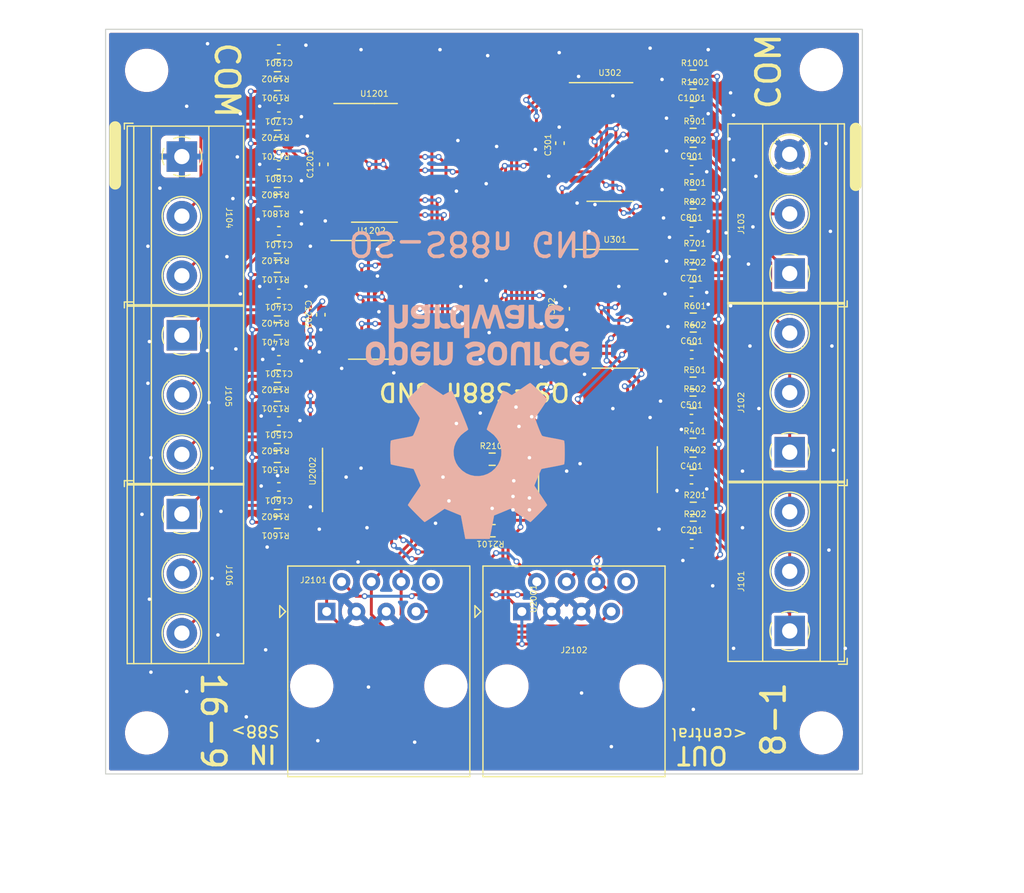
<source format=kicad_pcb>
(kicad_pcb (version 20240108) (generator "pcbnew") (generator_version "8.0")
  (layers (0 "F.Cu" signal) (31 "B.Cu" signal) (34 "B.Paste" user) (35 "F.Paste" user) (36 "B.SilkS" user "B.Silkscreen") (37 "F.SilkS" user "F.Silkscreen") (38 "B.Mask" user) (39 "F.Mask" user) (44 "Edge.Cuts" user))
  (net 0 "")
  (net 1 "/CS1/CMOS")
  (net 2 "GND")
  (net 3 "VCC")
  (net 4 "/CS2/CMOS")
  (net 5 "/CS3/CMOS")
  (net 6 "/CS4/CMOS")
  (net 7 "/CS5/CMOS")
  (net 8 "/CS6/CMOS")
  (net 9 "/CS7/CMOS")
  (net 10 "/CS8/CMOS")
  (net 11 "/CS12/CMOS")
  (net 12 "/CS14/CMOS")
  (net 13 "/CS13/CMOS")
  (net 14 "/CS15/CMOS")
  (net 15 "/CS16/CMOS")
  (net 16 "/CS10/CMOS")
  (net 17 "/CS11/CMOS")
  (net 18 "/CS9/CMOS")
  (net 19 "/CS1/TRACK")
  (net 20 "/CS2/TRACK")
  (net 21 "/CS3/TRACK")
  (net 22 "/CS4/TRACK")
  (net 23 "/CS5/TRACK")
  (net 24 "/CS6/TRACK")
  (net 25 "/CS7/TRACK")
  (net 26 "/CS8/TRACK")
  (net 27 "/CS12/TRACK")
  (net 28 "/CS14/TRACK")
  (net 29 "/CS13/TRACK")
  (net 30 "/CS15/TRACK")
  (net 31 "/CS16/TRACK")
  (net 32 "/CS10/TRACK")
  (net 33 "/CS11/TRACK")
  (net 34 "/CS9/TRACK")
  (net 35 "/SR-latch1/Q4")
  (net 37 "/SR-latch1/Q2")
  (net 38 "/SR-latch1/Q3")
  (net 39 "/SR-latch1/Q1")
  (net 41 "/SR-latch1/Q6")
  (net 42 "/SR-latch1/Q7")
  (net 43 "/SR-latch1/Q5")
  (net 44 "/SR-latch2/Q4")
  (net 46 "/SR-latch2/Q2")
  (net 47 "/SR-latch2/Q3")
  (net 48 "/SR-latch2/Q1")
  (net 50 "/SR-latch2/Q6")
  (net 51 "/SR-latch2/Q7")
  (net 52 "/SR-latch2/Q5")
  (net 57 "/SR-latch1/Q8")
  (net 58 "/SR-latch2/Q8")
  (net 59 "/RJ45/DATA_IN")
  (net 60 "/RJ45/CLOCK")
  (net 61 "/RJ45/PL")
  (net 62 "/RJ45/RESET")
  (net 64 "Net-(J2101-Pad7)")
  (net 65 "/RJ45/DATA_OUT")
  (net 67 "Net-(Q2101-B)")
  (net 68 "Net-(U2001-Q7)")
  (footprint "Capacitor_SMD:C_0402_1005Metric" (layer "F.Cu") (at 184.7675 54.1895 180)
    (property "Reference" "C1101")
    (property "Value" "100nF")
  )
  (footprint "Capacitor_SMD:C_0402_1005Metric" (layer "F.Cu") (at 219.9545 44.016)
    (property "Reference" "C1001")
    (property "Value" "100nF")
  )
  (footprint "Capacitor_SMD:C_0402_1005Metric" (layer "F.Cu") (at 184.7675 65.1895 180)
    (property "Reference" "C1301")
    (property "Value" "100nF")
  )
  (footprint "Package_TO_SOT_SMD:SOT-23" (layer "F.Cu") (at 202.946 76.708 90)
    (property "Reference" "Q2101")
    (property "Value" "BC847")
  )
  (footprint "custom_kicad_lib_sk:R_0603_smalltext" (layer "F.Cu") (at 184.6345 60.919374 180)
    (property "Reference" "R1402")
    (property "Value" "10k")
  )
  (footprint "custom_kicad_lib_sk:R_0603_smalltext" (layer "F.Cu") (at 184.6345 55.5865 180)
    (property "Reference" "R1102")
    (property "Value" "10k")
  )
  (footprint "custom_kicad_lib_sk:R_0603_smalltext" (layer "F.Cu") (at 184.6345 45.0865 180)
    (property "Reference" "R1702")
    (property "Value" "10k")
  )
  (footprint "custom_kicad_lib_sk:R_0603_smalltext" (layer "F.Cu") (at 220.0675 51.213)
    (property "Reference" "R801")
    (property "Value" "100k")
  )
  (footprint "custom_kicad_lib_sk:R_0603_smalltext" (layer "F.Cu") (at 202.946 73.66)
    (property "Reference" "R2102")
    (property "Value" "100k")
  )
  (footprint "Capacitor_SMD:C_0402_1005Metric" (layer "F.Cu") (at 188.341 61.341 -90)
    (property "Reference" "C1202")
    (property "Value" "100nF")
  )
  (footprint "Capacitor_SMD:C_0402_1005Metric" (layer "F.Cu") (at 219.9545 64.738)
    (property "Reference" "C601")
    (property "Value" "100nF")
  )
  (footprint "Capacitor_SMD:C_0402_1005Metric" (layer "F.Cu") (at 219.944 48.98275)
    (property "Reference" "C901")
    (property "Value" "100nF")
  )
  (footprint "custom_kicad_lib_sk:R_0603_smalltext" (layer "F.Cu") (at 220.077 47.58575)
    (property "Reference" "R902")
    (property "Value" "10k")
  )
  (footprint "TerminalBlock_Phoenix:TerminalBlock_Phoenix_MKDS-1,5-3-5.08_1x03_P5.08mm_Horizontal" (layer "F.Cu") (at 228.305 88.302776 90)
    (property "Reference" "J101")
    (property "Value" "Screw_Terminal_01x03")
  )
  (footprint "custom_kicad_lib_sk:R_0603_smalltext" (layer "F.Cu") (at 220.0875 63.341)
    (property "Reference" "R602")
    (property "Value" "10k")
  )
  (footprint "custom_kicad_lib_sk:R_0603_smalltext" (layer "F.Cu") (at 184.6345 49.9675 180)
    (property "Reference" "R1802")
    (property "Value" "10k")
  )
  (footprint "Capacitor_SMD:C_0402_1005Metric" (layer "F.Cu") (at 219.9345 75.406)
    (property "Reference" "C401")
    (property "Value" "100nF")
  )
  (footprint "custom_kicad_lib_sk:R_0603_smalltext" (layer "F.Cu") (at 184.6345 57.2055 180)
    (property "Reference" "R1101")
    (property "Value" "100k")
  )
  (footprint "custom_kicad_lib_sk:R_0603_smalltext" (layer "F.Cu") (at 220.0875 42.619)
    (property "Reference" "R1002")
    (property "Value" "10k")
  )
  (footprint "custom_kicad_lib_sk:R_0603_smalltext" (layer "F.Cu") (at 184.6345 51.5865 180)
    (property "Reference" "R1801")
    (property "Value" "100k")
  )
  (footprint "TerminalBlock_Phoenix:TerminalBlock_Phoenix_MKDS-1,5-3-5.08_1x03_P5.08mm_Horizontal" (layer "F.Cu") (at 228.305 57.822776 90)
    (property "Reference" "J103")
    (property "Value" "Screw_Terminal_01x03")
  )
  (footprint "custom_kicad_lib_sk:R_0603_smalltext" (layer "F.Cu") (at 220.0875 79.47)
    (property "Reference" "R202")
    (property "Value" "10k")
  )
  (footprint "custom_kicad_lib_sk:R_0603_smalltext" (layer "F.Cu") (at 184.6345 71.800374 180)
    (property "Reference" "R1502")
    (property "Value" "10k")
  )
  (footprint "custom_kicad_lib_sk:R_0603_smalltext" (layer "F.Cu") (at 184.6345 46.7055 180)
    (property "Reference" "R1701")
    (property "Value" "100k")
  )
  (footprint "custom_kicad_lib_sk:R_0603_smalltext" (layer "F.Cu") (at 220.0675 72.39)
    (property "Reference" "R401")
    (property "Value" "100k")
  )
  (footprint "custom_kicad_lib_sk:R_0603_smalltext" (layer "F.Cu") (at 220.0675 68.802)
    (property "Reference" "R502")
    (property "Value" "10k")
  )
  (footprint "Capacitor_SMD:C_0402_1005Metric" (layer "F.Cu") (at 184.7675 38.6895 180)
    (property "Reference" "C1901")
    (property "Value" "100nF")
  )
  (footprint "TerminalBlock_Phoenix:TerminalBlock_Phoenix_MKDS-1,5-3-5.08_1x03_P5.08mm_Horizontal" (layer "F.Cu") (at 176.5 47.852 -90)
    (property "Reference" "J104")
    (property "Value" "Screw_Terminal_01x03")
  )
  (footprint "custom_kicad_lib_sk:R_0603_smalltext" (layer "F.Cu") (at 220.0675 74.009)
    (property "Reference" "R402")
    (property "Value" "10k")
  )
  (footprint "custom_kicad_lib_sk:R_0603_smalltext" (layer "F.Cu") (at 220.0675 52.832)
    (property "Reference" "R802")
    (property "Value" "10k")
  )
  (footprint "custom_kicad_lib_sk:R_0603_smalltext" (layer "F.Cu") (at 184.6345 73.419374 180)
    (property "Reference" "R1501")
    (property "Value" "100k")
  )
  (footprint "custom_kicad_lib_sk:R_0603_smalltext" (layer "F.Cu") (at 184.6345 41.7055 180)
    (property "Reference" "R1901")
    (property "Value" "100k")
  )
  (footprint "MountingHole:MountingHole_3.2mm_M3" (layer "F.Cu") (at 231 97 180)
    (property "Reference" "REF**" (hide yes))
    (property "Value" "MountingHole_3.2mm_M3")
  )
  (footprint "TerminalBlock_Phoenix:TerminalBlock_Phoenix_MKDS-1,5-3-5.08_1x03_P5.08mm_Horizontal" (layer "F.Cu") (at 228.305 73.062776 90)
    (property "Reference" "J102")
    (property "Value" "Screw_Terminal_01x03")
  )
  (footprint "Capacitor_SMD:C_0402_1005Metric" (layer "F.Cu") (at 184.7675 59.522374 180)
    (property "Reference" "C1401")
    (property "Value" "100nF")
  )
  (footprint "Capacitor_SMD:C_0402_1005Metric" (layer "F.Cu") (at 219.9345 59.404)
    (property "Reference" "C701")
    (property "Value" "100nF")
  )
  (footprint "Capacitor_SMD:C_0402_1005Metric" (layer "F.Cu") (at 188.595 48.514 90)
    (property "Reference" "C1201")
    (property "Value" "100nF")
  )
  (footprint "Connector_RJ:RJ45_Amphenol_54602-x08_Horizontal" (layer "F.Cu") (at 205.477 86.65)
    (property "Reference" "J2102")
    (property "Value" "RJ45")
  )
  (footprint "custom_kicad_lib_sk:R_0603_smalltext" (layer "F.Cu") (at 184.6345 66.5865 180)
    (property "Reference" "R1302")
    (property "Value" "10k")
  )
  (footprint "Capacitor_SMD:C_0402_1005Metric" (layer "F.Cu") (at 208.723001 46.708001 90)
    (property "Reference" "C301")
    (property "Value" "100nF")
  )
  (footprint "custom_kicad_lib_sk:R_0603_smalltext" (layer "F.Cu") (at 202.946 79.756 180)
    (property "Reference" "R2101")
    (property "Value" "4k7")
  )
  (footprint "custom_kicad_lib_sk:R_0603_smalltext" (layer "F.Cu") (at 184.6345 68.2055 180)
    (property "Reference" "R1301")
    (property "Value" "100k")
  )
  (footprint "Capacitor_SMD:C_0402_1005Metric" (layer "F.Cu") (at 219.9545 80.867)
    (property "Reference" "C201")
    (property "Value" "100nF")
  )
  (footprint "custom_kicad_lib_sk:R_0603_smalltext" (layer "F.Cu") (at 220.0875 41)
    (property "Reference" "R1001")
    (property "Value" "100k")
  )
  (footprint "Package_SO:SOIC-16_3.9x9.9mm_P1.27mm" (layer "F.Cu") (at 192.659 60.071)
    (property "Reference" "U1202")
    (property "Value" "~")
  )
  (footprint "MountingHole:MountingHole_3.2mm_M3" (layer "F.Cu") (at 173.5 97 180)
    (property "Reference" "REF**" (hide yes))
    (property "Value" "MountingHole_3.2mm_M3")
  )
  (footprint "Capacitor_SMD:C_0402_1005Metric" (layer "F.Cu") (at 184.7675 70.403374 180)
    (property "Reference" "C1501")
    (property "Value" "100nF")
  )
  (footprint "custom_kicad_lib_sk:R_0603_smalltext" (layer "F.Cu") (at 184.6345 79.038374 180)
    (property "Reference" "R1601")
    (property "Value" "100k")
  )
  (footprint "Package_SO:SOIC-16_3.9x9.9mm_P1.27mm" (layer "F.Cu") (at 192.913 48.387)
    (property "Reference" "U1201")
    (property "Value" "~")
  )
  (footprint "custom_kicad_lib_sk:R_0603_smalltext" (layer "F.Cu") (at 220.0875 77.851)
    (property "Reference" "R201")
    (property "Value" "100k")
  )
  (footprint "Package_SO:SOIC-16_3.9x9.9mm_P1.27mm" (layer "F.Cu") (at 213.425 60.833)
    (property "Reference" "U301")
    (property "Value" "~")
  )
  (footprint "Connector_RJ:RJ45_Amphenol_54602-x08_Horizontal" (layer "F.Cu") (at 188.84 86.65)
    (property "Reference" "J2101")
    (property "Value" "RJ45")
  )
  (footprint "Capacitor_SMD:C_0402_1005Metric" (layer "F.Cu") (at 184.7675 43.6895 180)
    (property "Reference" "C1701")
    (property "Value" "100nF")
  )
  (footprint "MountingHole:MountingHole_3.2mm_M3" (layer "F.Cu") (at 173.5 40.5 180)
    (property "Reference" "REF**" (hide yes))
    (property "Value" "MountingHole_3.2mm_M3")
  )
  (footprint "Capacitor_SMD:C_0402_1005Metric" (layer "F.Cu") (at 184.7675 76.022374 180)
    (property "Reference" "C1601")
    (property "Value" "100nF")
  )
  (footprint "custom_kicad_lib_sk:R_0603_smalltext" (layer "F.Cu") (at 220.0675 67.183)
    (property "Reference" "R501")
    (property "Value" "100k")
  )
  (footprint "custom_kicad_lib_sk:R_0603_smalltext" (layer "F.Cu") (at 220.0675 58.007)
    (property "Reference" "R702")
    (property "Value" "10k")
  )
  (footprint "TerminalBlock_Phoenix:TerminalBlock_Phoenix_MKDS-1,5-3-5.08_1x03_P5.08mm_Horizontal" (layer "F.Cu") (at 176.5 78.332 -90)
    (property "Reference" "J106")
    (property "Value" "Screw_Terminal_01x03")
  )
  (footprint "Capacitor_SMD:C_0402_1005Metric" (layer "F.Cu") (at 219.9345 54.229)
    (property "Reference" "C801")
    (property "Value" "100nF")
  )
  (footprint "custom_kicad_lib_sk:R_0603_smalltext" (layer "F.Cu") (at 184.6345 40.0865 180)
    (property "Reference" "R1902")
    (property "Value" "10k")
  )
  (footprint "custom_kicad_lib_sk:R_0603_smalltext" (layer "F.Cu") (at 184.6345 62.538374 180)
    (property "Reference" "R1401")
    (property "Value" "100k")
  )
  (footprint "Package_SO:SOIC-16_3.9x9.9mm_P1.27mm" (layer "F.Cu") (at 212.979 46.609)
    (property "Reference" "U302")
    (property "Value" "~")
  )
  (footprint "MountingHole:MountingHole_3.2mm_M3" (layer "F.Cu") (at 231 40.437776 180)
    (property "Reference" "REF**" (hide yes))
    (property "Value" "MountingHole_3.2mm_M3")
  )
  (footprint "custom_kicad_lib_sk:R_0603_smalltext" (layer "F.Cu") (at 220.0875 61.722)
    (property "Reference" "R601")
    (property "Value" "100k")
  )
  (footprint "Capacitor_SMD:C_0402_1005Metric" (layer "F.Cu") (at 219.9345 70.199)
    (property "Reference" "C501")
    (property "Value" "100nF")
  )
  (footprint "Capacitor_SMD:C_0402_1005Metric" (layer "F.Cu") (at 184.7675 48.5705 180)
    (property "Reference" "C1801")
    (property "Value" "100nF")
  )
  (footprint "custom_kicad_lib_sk:R_0603_smalltext" (layer "F.Cu") (at 220.0675 56.388)
    (property "Reference" "R701")
    (property "Value" "100k")
  )
  (footprint "Package_SO:SOIC-16_3.9x9.9mm_P1.27mm" (layer "F.Cu") (at 211.963 74.549 90)
    (property "Reference" "U2001")
    (property "Value" "4014")
  )
  (footprint "Package_SO:SOIC-16_3.9x9.9mm_P1.27mm" (layer "F.Cu") (at 193.548 74.676 90)
    (property "Reference" "U2002")
    (property "Value" "4014")
  )
  (footprint "custom_kicad_lib_sk:R_0603_smalltext" (layer "F.Cu") (at 220.077 45.96675)
    (property "Reference" "R901")
    (property "Value" "100k")
  )
  (footprint "TerminalBlock_Phoenix:TerminalBlock_Phoenix_MKDS-1,5-3-5.08_1x03_P5.08mm_Horizontal" (layer "F.Cu") (at 176.5 63.092 -90)
    (property "Reference" "J105")
    (property "Value" "Screw_Terminal_01x03")
  )
  (footprint "Capacitor_SMD:C_0402_1005Metric" (layer "F.Cu") (at 209.169001 60.833 90)
    (property "Reference" "C302")
    (property "Value" "100nF")
  )
  (footprint "custom_kicad_lib_sk:R_0603_smalltext" (layer "F.Cu") (at 184.6345 77.419374 180)
    (property "Reference" "R1602")
    (property "Value" "10k")
  )
  (footprint "Symbol:OSHW-Logo_19x20mm_SilkScreen" (layer "B.Cu") (at 201.676 70.485)
    (property "Reference" "REF**" (hide yes))
    (property "Value" "OSHW-Logo_19x20mm_SilkScreen" (hide yes))
  )
  (gr_line (start 170.815 50.165) (end 170.815 45.339) (stroke (width 1)) (layer "F.SilkS"))
  (gr_line (start 233.934 50.292) (end 233.934 45.466) (stroke (width 1)) (layer "F.SilkS"))
  (gr_rect (start 170 37) (end 234.5 100.5) (stroke (width 0.1)) (fill none) (layer "Edge.Cuts"))
  (gr_text "OS-S88n GND" (at 201.549 54.102 180) (layer "B.SilkS") (effects (font (size 2 2) (thickness 0.3)) (justify bottom mirror)))
  (gr_text "16-9" (at 178 91.694 270) (layer "F.SilkS") (effects (font (size 2 2) (thickness 0.3)) (justify left bottom)))
  (gr_text "OS-S88n GND" (at 201.422 67.056 180) (layer "F.SilkS") (effects (font (size 1.5 1.5) (thickness 0.25) (bold yes)) (justify bottom)))
  (gr_text "COM" (at 227.678 43.979776 90) (layer "F.SilkS") (effects (font (size 2 2) (thickness 0.3)) (justify left bottom)))
  (gr_text "8-1" (at 228.092 99.187 90) (layer "F.SilkS") (effects (font (size 2 2) (thickness 0.3)) (justify left bottom)))
  (gr_text "IN" (at 183.388 97.917 180) (layer "F.SilkS") (effects (font (size 1.5 1.5) (thickness 0.25) (bold yes)) (justify bottom)))
  (gr_text "OUT" (at 220.853 98.044 180) (layer "F.SilkS") (effects (font (size 1.5 1.5) (thickness 0.25) (bold yes)) (justify bottom)))
  (gr_text "<central" (at 224.79 96.52 180) (layer "F.SilkS") (effects (font (size 1 1)) (justify left bottom)))
  (gr_text "S88>" (at 184.912 96.266 180) (layer "F.SilkS") (effects (font (size 1 1)) (justify left bottom)))
  (gr_text "COM" (at 179.177 37.946 -90) (layer "F.SilkS") (effects (font (size 2 2) (thickness 0.3)) (justify left bottom)))
  (segment (start 209.65 63.661249) (end 209.948249 63.363) (width 0.25) (layer "F.Cu") (net 1))
  (segment (start 215.445125 66.982125) (end 213.106 64.643) (width 0.25) (layer "F.Cu") (net 1))
  (segment (start 209.948249 63.363) (end 212.217 63.363) (width 0.25) (layer "F.Cu") (net 1))
  (segment (start 219.175 77.851) (end 217.8925 76.5685) (width 0.25) (layer "F.Cu") (net 1))
  (segment (start 213.106 64.643) (end 209.938249 64.643) (width 0.25) (layer "F.Cu") (net 1))
  (segment (start 217.8925 71.391104) (end 217.667 71.165604) (width 0.25) (layer "F.Cu") (net 1))
  (segment (start 217.667 70.231) (end 215.445125 68.009125) (width 0.25) (layer "F.Cu") (net 1))
  (segment (start 219.175 77.851) (end 219.175 80.5675) (width 0.25) (layer "F.Cu") (net 1))
  (segment (start 211.836 58.928) (end 210.95 58.928) (width 0.25) (layer "F.Cu") (net 1))
  (segment (start 219.175 80.5675) (end 219.4745 80.867) (width 0.25) (layer "F.Cu") (net 1))
  (segment (start 212.852 62.728) (end 212.852 59.944) (width 0.25) (layer "F.Cu") (net 1))
  (segment (start 217.667 71.165604) (end 217.667 70.231) (width 0.25) (layer "F.Cu") (net 1))
  (segment (start 209.65 64.354751) (end 209.65 63.661249) (width 0.25) (layer "F.Cu") (net 1))
  (segment (start 215.445125 68.009125) (end 215.445125 66.982125) (width 0.25) (layer "F.Cu") (net 1))
  (segment (start 217.8925 76.5685) (end 217.8925 71.391104) (width 0.25) (layer "F.Cu") (net 1))
  (segment (start 212.852 59.944) (end 211.836 58.928) (width 0.25) (layer "F.Cu") (net 1))
  (segment (start 212.217 63.363) (end 212.852 62.728) (width 0.25) (layer "F.Cu") (net 1))
  (segment (start 209.938249 64.643) (end 209.65 64.354751) (width 0.25) (layer "F.Cu") (net 1))
  (via (at 186.69 44.45) (size 0.5) (drill 0.3) (layers "F.Cu" "B.Cu") (net 2))
  (via (at 199.898 70.612) (size 0.5) (drill 0.3) (layers "F.Cu" "B.Cu") (net 2))
  (via (at 222.885 54.356) (size 0.5) (drill 0.3) (layers "F.Cu" "B.Cu") (net 2))
  (via (at 202.565 39.243) (size 0.5) (drill 0.3) (layers "F.Cu" "B.Cu") (net 2))
  (via (at 221.361 38.735) (size 0.5) (drill 0.3) (layers "F.Cu" "B.Cu") (net 2))
  (via (at 209.169 65.278) (size 0.5) (drill 0.3) (layers "F.Cu" "B.Cu") (net 2))
  (via (at 202.946 77.851) (size 0.5) (drill 0.3) (layers "F.Cu" "B.Cu") (net 2))
  (via (at 223.266 42.418) (size 0.5) (drill 0.3) (layers "F.Cu" "B.Cu") (net 2))
  (via (at 213.233 69.342) (size 0.5) (drill 0.3) (layers "F.Cu" "B.Cu") (net 2))
  (via (at 210.566 93.599) (size 0.5) (drill 0.3) (layers "F.Cu" "B.Cu") (net 2))
  (via (at 178.689 64.389) (size 0.5) (drill 0.3) (layers "F.Cu" "B.Cu") (net 2))
  (via (at 179.07 74.422) (size 0.5) (drill 0.3) (layers "F.Cu" "B.Cu") (net 2))
  (via (at 217.932 62.357) (size 0.5) (drill 0.3) (layers "F.Cu" "B.Cu") (net 2))
  (via (at 217.17 79.629) (size 0.5) (drill 0.3) (layers "F.Cu" "B.Cu") (net 2))
  (via (at 201.93 69.723) (size 0.5) (drill 0.3) (layers "F.Cu" "B.Cu") (net 2))
  (via (at 179.832 78.105) (size 0.5) (drill 0.3) (layers "F.Cu" "B.Cu") (net 2))
  (via (at 200.406 62.103) (size 0.5) (drill 0.3) (layers "F.Cu" "B.Cu") (net 2))
  (via (at 200.279 58.928) (size 0.5) (drill 0.3) (layers "F.Cu" "B.Cu") (net 2))
  (via (at 213.741 58.928) (size 0.5) (drill 0.3) (layers "F.Cu" "B.Cu") (net 2))
  (via (at 213.233 42.672) (size 0.5) (drill 0.3) (layers "F.Cu" "B.Cu") (net 2))
  (via (at 218.694 76.327) (size 0.5) (drill 0.3) (layers "F.Cu" "B.Cu") (net 2))
  (via (at 222.758 50.673) (size 0.5) (drill 0.3) (layers "F.Cu" "B.Cu") (net 2))
  (via (at 223.52 89.789) (size 0.5) (drill 0.3) (layers "F.Cu" "B.Cu") (net 2))
  (via (at 224.917 64.008) (size 0.5) (drill 0.3) (layers "F.Cu" "B.Cu") (net 2))
  (via (at 183.007 53.213) (size 0.5) (drill 0.3) (layers "F.Cu" "B.Cu") (net 2))
  (via (at 202.438 58.42) (size 0.5) (drill 0.3) (layers "F.Cu" "B.Cu") (net 2))
  (via (at 186.69 52.578) (size 0.5) (drill 0.3) (layers "F.Cu" "B.Cu") (net 2))
  (via (at 183.261 75.946) (size 0.5) (drill 0.3) (layers "F.Cu" "B.Cu") (net 2))
  (via (at 173.736 63.627) (size 0.5) (drill 0.3) (layers "F.Cu" "B.Cu") (net 2))
  (via (at 181.483 44.196) (size 0.5) (drill 0.3) (layers "F.Cu" "B.Cu") (net 2))
  (via (at 198.755 75.184) (size 0.5) (drill 0.3) (layers "F.Cu" "B.Cu") (net 2))
  (via (at 173.736 85.598) (size 0.5) (drill 0.3) (layers "F.Cu" "B.Cu") (net 2))
  (via (at 187.071 58.928) (size 0.5) (drill 0.3) (layers "F.Cu" "B.Cu") (net 2))
  (via (at 181.991 95.631) (size 0.5) (drill 0.3) (layers "F.Cu" "B.Cu") (net 2))
  (via (at 205.232 70.866) (size 0.5) (drill 0.3) (layers "F.Cu" "B.Cu") (net 2))
  (via (at 183.134 58.928) (size 0.5) (drill 0.3) (layers "F.Cu" "B.Cu") (net 2))
  (via (at 206.629 47.244) (size 0.5) (drill 0.3) (layers "F.Cu" "B.Cu") (net 2))
  (via (at 224.282 74.676) (size 0.5) (drill 0.3) (layers "F.Cu" "B.Cu") (net 2))
  (via (at 199.263 77.216) (size 0.5) (drill 0.3) (layers "F.Cu" "B.Cu") (net 2))
  (via (at 186.69 65.278) (size 0.5) (drill 0.3) (layers "F.Cu" "B.Cu") (net 2))
  (via (at 202.692 62.865) (size 0.5) (drill 0.3) (layers "F.Cu" "B.Cu") (net 2))
  (via (at 225.171 53.848) (size 0.5) (drill 0.3) (layers "F.Cu" "B.Cu") (net 2))
  (via (at 198.12 79.121) (size 0.5) (drill 0.3) (layers "F.Cu" "B.Cu") (net 2))
  (via (at 179.578 88.646) (size 0.5) (drill 0.3) (layers "F.Cu" "B.Cu") (net 2))
  (via (at 193.294 61.087) (size 0.5) (drill 0.3) (layers "F.Cu" "B.Cu") (net 2))
  (via (at 221.742 84.455) (size 0.5) (drill 0.3) (layers "F.Cu" "B.Cu") (net 2))
  (via (at 192.278 79.502) (size 0.5) (drill 0.3) (layers "F.Cu" "B.Cu") (net 2))
  (via (at 193.167 55.753) (size 0.5) (drill 0.3) (layers "F.Cu" "B.Cu") (net 2))
  (via (at 231.902 64.008) (size 0.5) (drill 0.3) (layers "F.Cu" "B.Cu") (net 2))
  (via (at 173.863 73.533) (size 0.5) (drill 0.3) (layers "F.Cu" "B.Cu") (net 2))
  (via (at 204.978 69.215) (size 0.5) (drill 0.3) (layers "F.Cu" "B.Cu") (net 2))
  (via (at 180.34 56.388) (size 0.5) (drill 0.3) (layers "F.Cu" "B.Cu") (net 2))
  (via (at 209.296 62.611) (size 0.5) (drill 0.3) (layers "F.Cu" "B.Cu") (net 2))
  (via (at 191.516 82.423) (size 0.5) (drill 0.3) (layers "F.Cu" "B.Cu") (net 2))
  (via (at 208.661 45.339) (size 0.5) (drill 0.3) (layers "F.Cu" "B.Cu") (net 2))
  (via (at 186.69 53.594) (size 0.5) (drill 0.3) (layers "F.Cu" "B.Cu") (net 2))
  (via (at 184.277 64.262) (size 0.5) (drill 0.3) (layers "F.Cu" "B.Cu") (net 2))
  (via (at 223.52 48.133) (size 0.5) (drill 0.3) (layers "F.Cu" "B.Cu") (net 2))
  (via (at 190.119 65.913) (size 0.5) (drill 0.3) (layers "F.Cu" "B.Cu") (net 2))
  (via (at 181.483 59.563) (size 0.5) (drill 0.3) (layers "F.Cu" "B.Cu") (net 2))
  (via (at 209.169 58.928) (size 0.5) (drill 0.3) (layers "F.Cu" "B.Cu") (net 2))
  (via (at 207.772 49.53) (size 0.5) (drill 0.3) (layers "F.Cu" "B.Cu") (net 2))
  (via (at 184.658 75.057) (size 0.5) (drill 0.3) (layers "F.Cu" "B.Cu") (net 2))
  (via (at 207.137 65.786) (size 0.5) (drill 0.3) (layers "F.Cu" "B.Cu") (net 2))
  (via (at 190.5 75.184) (size 0.5) (drill 0.3) (layers "F.Cu" "B.Cu") (net 2))
  (via (at 209.296 74.676) (size 0.5) (drill 0.3) (layers "F.Cu" "B.Cu") (net 2))
  (via (at 188.722 53.34) (size 0.5) (drill 0.3) (layers "F.Cu" "B.Cu") (net 2))
  (via (at 225.679 69.342) (size 0.5) (drill 0.3) (layers "F.Cu" "B.Cu") (net 2))
  (via (at 206.121 77.978) (size 0.5) (drill 0.3) (layers "F.Cu" "B.Cu") (net 2))
  (via (at 231.775 54.229) (size 0.5) (drill 0.3) (layers "F.Cu" "B.Cu") (net 2))
  (via (at 223.52 44.323) (size 0.5) (drill 0.3) (layers "F.Cu" "B.Cu") (net 2))
  (via (at 183.769 81.153) (size 0.5) (drill 0.3) (layers "F.Cu" "B.Cu") (net 2))
  (via (at 173.609 55.499) (size 0.5) (drill 0.3) (layers "F.Cu" "B.Cu") (net 2))
  (via (at 210.312 41.021) (size 0.5) (drill 0.3) (layers "F.Cu" "B.Cu") (net 2))
  (via (at 200.025 46.482) (size 0.5) (drill 0.3) (layers "F.Cu" "B.Cu") (net 2))
  (via (at 217.805 56.769) (size 0.5) (drill 0.3) (layers "F.Cu" "B.Cu") (net 2))
  (via (at 188.087 97.663) (size 0.5) (drill 0.3) (layers "F.Cu" "B.Cu") (net 2))
  (via (at 202.438 50.165) (size 0.5) (drill 0.3) (layers "F.Cu" "B.Cu") (net 2))
  (via (at 188.214 79.629) (size 0.5) (drill 0.3) (layers "F.Cu" "B.Cu") (net 2))
  (via (at 217.424 50.673) (size 0.5) (drill 0.3) (layers "F.Cu" "B.Cu") (net 2))
  (via (at 224.79 57.023) (size 0.5) (drill 0.3) (layers "F.Cu" "B.Cu") (net 2))
  (via (at 186.69 49.911) (size 0.5) (drill 0.3) (layers "F.Cu" "B.Cu") (net 2))
  (via (at 187.071 38.354) (size 0.5) (drill 0.3) (layers "F.Cu" "B.Cu") (net 2))
  (via (at 180.848 51.435) (size 0.5) (drill 0.3) (layers "F.Cu" "B.Cu") (net 2))
  (via (at 210.439 74.041) (size 0.5) (drill 0.3) (layers "F.Cu" "B.Cu") (net 2))
  (via (at 216.408 38.608) (size 0.5) (drill 0.3) (layers "F.Cu" "B.Cu") (net 2))
  (via (at 233.045 89.789) (size 0.5) (drill 0.3) (layers "F.Cu" "B.Cu") (net 2))
  (via (at 192.405 93.091) (size 0.5) (drill 0.3) (layers "F.Cu" "B.Cu") (net 2))
  (via (at 196.342 97.79) (size 0.5) (drill 0.3) (layers "F.Cu" "B.Cu") (net 2))
  (via (at 217.424 41.275) (size 0.5) (drill 0.3) (layers "F.Cu" "B.Cu") (net 2))
  (via (at 183.261 69.977) (size 0.5) (drill 0.3) (layers "F.Cu" "B.Cu") (net 2))
  (via (at 174.625 50.546) (size 0.5) (drill 0.3) (layers "F.Cu" "B.Cu") (net 2))
  (via (at 211.709 51.943) (size 0.5) (drill 0.3) (layers "F.Cu" "B.Cu") (net 2))
  (via (at 183.134 48.514) (size 0.5) (drill 0.3) (layers "F.Cu" "B.Cu") (net 2))
  (via (at 183.388 65.151) (size 0.5) (drill 0.3) (layers "F.Cu" "B.Cu") (net 2))
  (via (at 221.361 54.229) (size 0.5) (drill 0.3) (layers "F.Cu" "B.Cu") (net 2))
  (via (at 224.282 79.502) (size 0.5) (drill 0.3) (layers "F.Cu" "B.Cu") (net 2))
  (via (at 186.563 70.358) (size 0.5) (drill 0.3) (layers "F.Cu" "B.Cu") (net 2))
  (via (at 207.137 62.103) (size 0.5) (drill 0.3) (layers "F.Cu" "B.Cu") (net 2))
  (via (at 217.551 53.086) (size 0.5) (drill 0.3) (layers "F.Cu" "B.Cu") (net 2))
  (via (at 208.661 38.989) (size 0.5) (drill 0.3) (layers "F.Cu" "B.Cu") (net 2))
  (via (at 181.102 64.262) (size 0.5) (drill 0.3) (layers "F.Cu" "B.Cu") (net 2))
  (via (at 223.139 46.355) (size 0.5) (drill 0.3) (layers "F.Cu" "B.Cu") (net 2))
  (via (at 221.361 44.196) (size 0.5) (drill 0.3) (layers "F.Cu" "B.Cu") (net 2))
  (via (at 223.139 56.388) (size 0.5) (drill 0.3) (layers "F.Cu" "B.Cu") (net 2))
  (via (at 188.214 64.516) (size 0.5) (drill 0.3) (layers "F.Cu" "B.Cu") (net 2))
  (via (at 188.341 62.611) (size 0.5) (drill 0.3) (layers "F.Cu" "B.Cu") (net 2))
  (via (at 219.202 82.296) (size 0.5) (drill 0.3) (layers "F.Cu" "B.Cu") (net 2))
  (via (at 218.059 54.737) (size 0.5) (drill 0.3) (layers "F.Cu" "B.Cu") (net 2))
  (via (at 183.642 89.916) (size 0.5) (drill 0.3) (layers "F.Cu" "B.Cu") (net 2))
  (via (at 176.911 93.472) (size 0.5) (drill 0.3) (layers "F.Cu" "B.Cu") (net 2))
  (via (at 191.77 74.422) (size 0.5) (drill 0.3) (layers "F.Cu" "B.Cu") (net 2))
  (via (at 210.82 66.421) (size 0.5) (drill 0.3) (layers "F.Cu" "B.Cu") (net 2))
  (via (at 217.297 68.707) (size 0.5) (drill 0.3) (layers "F.Cu" "B.Cu") (net 2))
  (via (at 206.121 73.533) (size 0.5) (drill 0.3) (layers "F.Cu" "B.Cu") (net 2))
  (via (at 198.501 38.735) (size 0.5) (drill 0.3) (layers "F.Cu" "B.Cu") (net 2))
  (via (at 221.234 59.436) (size 0.5) (drill 0.3) (layers "F.Cu" "B.Cu") (net 2))
  (via (at 203.327 46.99) (size 0.5) (drill 0.3) (layers "F.Cu" "B.Cu") (net 2))
  (via (at 221.234 49.149) (size 0.5) (drill 0.3) (layers "F.Cu" "B.Cu") (net 2))
  (via (at 173.101 78.359) (size 0.5) (drill 0.3) (layers "F.Cu" "B.Cu") (net 2))
  (via (at 208.407 60.325) (size 0.5) (drill 0.3) (layers "F.Cu" "B.Cu") (net 2))
  (via (at 232.029 72.898) (size 0.5) (drill 0.3) (layers "F.Cu" "B.Cu") (net 2))
  (via (at 221.361 60.452) (size 0.5) (drill 0.3) (layers "F.Cu" "B.Cu") (net 2))
  (via (at 217.805 47.371) (size 0.5) (drill 0.3) (layers "F.Cu" "B.Cu") (net 2))
  (via (at 217.805 44.577) (size 0.5) (drill 0.3) (layers "F.Cu" "B.Cu") (net 2))
  (via (at 223.266 60.579) (size 0.5) (drill 0.3) (layers "F.Cu" "B.Cu") (net 2))
  (via (at 219.075 71.12) (size 0.5) (drill 0.3) (layers "F.Cu" "B.Cu") (net 2))
  (via (at 231.648 81.407) (size 0.5) (drill 0.3) (layers "F.Cu" "B.Cu") (net 2))
  (via (at 211.201 54.229) (size 0.5) (drill 0.3) (layers "F.Cu" "B.Cu") (net 2))
  (via (at 204.724 77.978) (size 0.5) (drill 0.3) (layers "F.Cu" "B.Cu") (net 2))
  (via (at 179.07 83.82) (size 0.5) (drill 0.3) (layers "F.Cu" "B.Cu") (net 2))
  (via (at 176.911 43.561) (size 0.5) (drill 0.3) (layers "F.Cu" "B.Cu") (net 2))
  (via (at 220.091 94.996) (size 0.5) (drill 0.3) (layers "F.Cu" "B.Cu") (net 2))
  (via (at 173.609 67.183) (size 0.5) (drill 0.3) (layers "F.Cu" "B.Cu") (net 2))
  (via (at 187.452 55.499) (size 0.5) (drill 0.3) (layers "F.Cu" "B.Cu") (net 2))
  (via (at 231.394 46.736) (size 0.5) (drill 0.3) (layers "F.Cu" "B.Cu") (net 2))
  (via (at 181.229 47.879) (size 0.5) (drill 0.3) (layers "F.Cu" "B.Cu") (net 2))
  (via (at 204.724 76.835) (size 0.5) (drill 0.3) (layers "F.Cu" "B.Cu") (net 2))
  (via (at 187.452 77.724) (size 0.5) (drill 0.3) (layers "F.Cu" "B.Cu") (net 2))
  (via (at 217.678 59.563) (size 0.5) (drill 0.3) (layers "F.Cu" "B.Cu") (net 2))
  (via (at 187.198 46.101) (size 0.5) (drill 0.3) (layers "F.Cu" "B.Cu") (net 2))
  (via (at 216.408 70.104) (size 0.5) (drill 0.3) (layers "F.Cu" "B.Cu") (net 2))
  (via (at 225.425 49.53) (size 0.5) (drill 0.3) (layers "F.Cu" "B.Cu") (net 2))
  (via (at 199.898 50.8) (size 0.5) (drill 0.3) (layers "F.Cu" "B.Cu") (net 2))
  (via (at 206.121 76.962) (size 0.5) (drill 0.3) (layers "F.Cu" "B.Cu") (net 2))
  (via (at 193.167 58.039) (size 0.5) (drill 0.3) (layers "F.Cu" "B.Cu") (net 2))
  (via (at 191.77 38.735) (size 0.5) (drill 0.3) (layers "F.Cu" "B.Cu") (net 2))
  (via (at 178.816 68.834) (size 0.5) (drill 0.3) (layers "F.Cu" "B.Cu") (net 2))
  (via (at 201.93 65.151) (size 0.5) (drill 0.3) (layers "F.Cu" "B.Cu") (net 2))
  (via (at 173.863 91.821) (size 0.5) (drill 0.3) (layers "F.Cu" "B.Cu") (net 2))
  (via (at 194.564 66.294) (size 0.5) (drill 0.3) (layers "F.Cu" "B.Cu") (net 2))
  (via (at 178.689 38.227) (size 0.5) (drill 0.3) (layers "F.Cu" "B.Cu") (net 2))
  (via (at 210.185 51.816) (size 0.5) (drill 0.3) (layers "F.Cu" "B.Cu") (net 2))
  (via (at 183.134 43.561) (size 0.5) (drill 0.3) (layers "F.Cu" "B.Cu") (net 2))
  (via (at 213.106 98.171) (size 0.5) (drill 0.3) (layers "F.Cu" "B.Cu") (net 2))
  (via (at 221.234 76.2) (size 0.5) (drill 0.3) (layers "F.Cu" "B.Cu") (net 2))
  (segment (start 186.8775 62.923104) (end 186.46223 63.338374) (width 0.25) (layer "F.Cu") (net 3))
  (segment (start 190.438 49.022) (end 188.623 49.022) (width 0.25) (layer "F.Cu") (net 3))
  (segment (start 188.341 60.325) (end 188.468 60.198) (width 0.25) (layer "F.Cu") (net 3))
  (segment (start 204.3085 84.6745) (end 204.3085 80.588995) (width 0.25) (layer "F.Cu") (net 3))
  (segment (start 205.486 89.4165) (end 191.6065 89.4165) (width 0.25) (layer "F.Cu") (net 3))
  (segment (start 210.95 61.468) (end 209.324001 61.468) (width 0.25) (layer "F.Cu") (net 3))
  (segment (start 205.477 86.65) (end 204.3085 85.4815) (width 0.25) (layer "F.Cu") (net 3))
  (segment (start 188.496 60.706) (end 188.341 60.861) (width 0.25) (layer "F.Cu") (net 3))
  (segment (start 182.5 73.5) (end 183.641374 73.5) (width 0.25) (layer "F.Cu") (net 3))
  (segment (start 207.955901 62.5261) (end 209.169001 61.313) (width 0.25) (layer "F.Cu") (net 3))
  (segment (start 188.44 48.994) (end 186.817 47.371) (width 0.25) (layer "F.Cu") (net 3))
  (segment (start 183.6915 46.736) (end 183.722 46.7055) (width 0.25) (layer "F.Cu") (net 3))
  (segment (start 203.549249 76.583) (end 203.297249 76.835) (width 0.25) (layer "F.Cu") (net 3))
  (segment (start 186.3595 77.164104) (end 186.3595 79.508869) (width 0.25) (layer "F.Cu") (net 3))
  (segment (start 183.641374 73.5) (end 183.722 73.419374) (width 0.25) (layer "F.Cu") (net 3))
  (segment (start 208.723001 47.188001) (end 208.715392 47.188001) (width 0.25) (layer "F.Cu") (net 3))
  (segment (start 204.7875 75.5015) (end 203.706 76.583) (width 0.25) (layer "F.Cu") (net 3))
  (segment (start 207.518 72.074) (end 207.518 71.239715) (width 0.25) (layer "F.Cu") (net 3))
  (segment (start 188.341 60.861) (end 188.341 60.325) (width 0.25) (layer "F.Cu") (net 3))
  (segment (start 185.985369 79.883) (end 184.566626 79.883) (width 0.25) (layer "F.Cu") (net 3))
  (segment (start 182.372 57.912) (end 183.0155 57.912) (width 0.25) (layer "F.Cu") (net 3))
  (segment (start 186.309 80.01) (end 186.083684 79.784684) (width 0.25) (layer "F.Cu") (net 3))
  (segment (start 205.359 74.93) (end 204.7875 75.5015) (width 0.25) (layer "F.Cu") (net 3))
  (segment (start 182.372 42.291) (end 183.1365 42.291) (width 0.25) (layer "F.Cu") (net 3))
  (segment (start 182.372 46.736) (end 183.6915 46.736) (width 0.25) (layer "F.Cu") (net 3))
  (segment (start 203.297249 76.835) (end 202.601249 76.835) (width 0.25) (layer "F.Cu") (net 3))
  (segment (start 222.0565 45.974) (end 220.99675 45.974) (width 0.25) (layer "F.Cu") (net 3))
  (segment (start 206.056 72.074) (end 205.359 72.771) (width 0.25) (layer "F.Cu") (net 3))
  (segment (start 222.25 61.722) (end 221 61.722) (width 0.25) (layer "F.Cu") (net 3))
  (segment (start 188.595 48.994) (end 188.44 48.994) (width 0.25) (layer "F.Cu") (net 3))
  (segment (start 221.075 51.308) (end 220.98 51.213) (width 0.25) (layer "F.Cu") (net 3))
  (segment (start 222.123 56.388) (end 220.98 56.388) (width 0.25) (layer "F.Cu") (net 3))
  (segment (start 220.99675 45.974) (end 220.9895 45.96675) (width 0.25) (layer "F.Cu") (net 3))
  (segment (start 222.377 81.788) (end 214.7485 89.4165) (width 0.25) (layer "F.Cu") (net 3))
  (segment (start 207.518 71.239715) (end 206.315143 70.036858) (width 0.25) (layer "F.Cu") (net 3))
  (segment (start 222.102 41) (end 222.123 41.021) (width 0.25) (layer "F.Cu") (net 3))
  (segment (start 202.0335 76.267251) (end 202.0335 73.66) (width 0.25) (layer "F.Cu") (net 3))
  (segment (start 182.499 68.326) (end 183.6015 68.326) (width 0.25) (layer "F.Cu") (net 3))
  (segment (start 204.3085 80.588995) (end 205.359 79.538495) (width 0.25) (layer "F.Cu") (net 3))
  (segment (start 182.499 62.611) (end 183.649374 62.611) (width 0.25) (layer "F.Cu") (net 3))
  (segment (start 189.103 72.201) (end 189.103 74.420604) (width 0.25) (layer "F.Cu") (net 3))
  (segment (start 183.6195 51.689) (end 183.722 51.5865) (width 0.25) (layer "F.Cu") (net 3))
  (segment (start 183.6015 68.326) (end 183.722 68.2055) (width 0.25) (layer "F.Cu") (net 3))
  (segment (start 204.3085 85.4815) (end 204.3085 84.6745) (width 0.25) (layer "F.Cu") (net 3))
  (segment (start 222.25 72.39) (end 220.98 72.39) (width 0.25) (layer "F.Cu") (net 3))
  (segment (start 214.7485 89.4165) (end 205.486 89.4165) (width 0.25) (layer "F.Cu") (net 3))
  (segment (start 186.182 79.883) (end 186.309 80.01) (width 0.25) (layer "F.Cu") (net 3))
  (segment (start 183.649374 62.611) (end 183.722 62.538374) (width 0.25) (layer "F.Cu") (net 3))
  (segment (start 183.0155 57.912) (end 183.722 57.2055) (width 0.25) (layer "F.Cu") (net 3))
  (segment (start 207.955901 67.5071) (end 207.955901 62.5261) (width 0.25) (layer "F.Cu") (net 3))
  (segment (start 188.84 82.541) (end 186.309 80.01) (width 0.25) (layer "F.Cu") (net 3))
  (segment (start 188.623 49.022) (end 188.595 48.994) (width 0.25) (layer "F.Cu") (net 3))
  (segment (start 188.84 86.65) (end 188.84 82.541) (width 0.25) (layer "F.Cu") (net 3))
  (segment (start 184.5145 47.498) (end 183.722 46.7055) (width 0.25) (layer "F.Cu") (net 3))
  (segment (start 189.103 74.420604) (end 186.3595 77.164104) (width 0.25) (layer "F.Cu") (net 3))
  (segment (start 205.359 72.771) (end 205.359 74.93) (width 0.25) (layer "F.Cu") (net 3))
  (segment (start 182.538374 79.038374) (end 182.5 79) (width 0.25) (layer "F.Cu") (net 3))
  (segment (start 205.359 79.538495) (end 205.359 79.4415) (width 0.25) (layer "F.Cu") (net 3))
  (segment (start 220.2 40.2) (end 221 41) (width 0.25) (layer "F.Cu") (net 3))
  (segment (start 186.309 79.559369) (end 186.309 80.01) (width 0.25) (layer "F.Cu") (net 3))
  (segment (start 183.722 79.038374) (end 182.538374 79.038374) (width 0.25) (layer "F.Cu") (net 3))
  (segment (start 191.6065 89.4165) (end 188.84 86.65) (width 0.25) (layer "F.Cu") (net 3))
  (segment (start 209.324001 61.468) (end 209.169001 61.313) (width 0.25) (layer "F.Cu") (net 3))
  (segment (start 205.841767 43.027767) (end 208.669534 40.2) (width 0.25) (layer "F.Cu") (net 3))
  (segment (start 190.184 60.706) (end 188.496 60.706) (width 0.25) (layer "F.Cu") (net 3))
  (segment (start 202.601249 76.835) (end 202.0335 76.267251) (width 0.25) (layer "F.Cu") (net 3))
  (segment (start 222.25 67.183) (end 220.98 67.183) (width 0.25) (layer "F.Cu") (net 3))
  (segment (start 208.669534 40.2) (end 220.2 40.2) (width 0.25) (layer "F.Cu") (net 3))
  (segment (start 208.779 47.244) (end 208.723001 47.188001) (width 0.25) (layer "F.Cu") (net 3))
  (segment (start 186.3595 79.508869) (end 186.309 79.559369) (width 0.25) (layer "F.Cu") (net 3))
  (segment (start 186.083684 79.784684) (end 185.985369 79.883) (width 0.25) (layer "F.Cu") (net 3))
  (segment (start 222.377 77.851) (end 221 77.851) (width 0.25) (layer "F.Cu") (net 3))
  (segment (start 210.504 47.244) (end 208.779 47.244) (width 0.25) (layer "F.Cu") (net 3))
  (segment (start 208.715392 47.188001) (end 206.718431 45.19104) (width 0.25) (layer "F.Cu") (net 3))
  (segment (start 186.8775 61.722) (end 186.8775 62.923104) (width 0.25) (layer "F.Cu") (net 3))
  (segment (start 221 41) (end 222.102 41) (width 0.25) (layer "F.Cu") (net 3))
  (segment (start 185.985369 79.883) (end 186.182 79.883) (width 0.25) (layer "F.Cu") (net 3))
  (segment (start 186.3595 79.508869) (end 186.083684 79.784684) (width 0.25) (layer "F.Cu") (net 3))
  (segment (start 183.1365 42.291) (end 183.722 41.7055) (width 0.25) (layer "F.Cu") (net 3))
  (segment (start 184.522 63.338374) (end 183.722 62.538374) (width 0.25) (layer "F.Cu") (net 3))
  (segment (start 203.706 76.583) (end 203.549249 76.583) (width 0.25) (layer "F.Cu") (net 3))
  (segment (start 222.123 51.308) (end 221.075 51.308) (width 0.25) (layer "F.Cu") (net 3))
  (segment (start 182.372 51.689) (end 183.6195 51.689) (width 0.25) (layer "F.Cu") (net 3))
  (segment (start 184.785 47.498) (end 184.5145 47.498) (width 0.25) (layer "F.Cu") (net 3))
  (segment (start 184.566626 79.883) (end 183.722 79.038374) (width 0.25) (layer "F.Cu") (net 3))
  (segment (start 206.718431 45.19104) (end 206.718431 44.412431) (width 0.25) (layer "F.Cu") (net 3))
  (segment (start 186.46223 63.338374) (end 184.522 63.338374) (width 0.25) (layer "F.Cu") (net 3))
  (segment (start 207.518 72.074) (end 206.056 72.074) (width 0.25) (layer "F.Cu") (net 3))
  (via (at 222.25 72.39) (size 0.5) (drill 0.3) (layers "F.Cu" "B.Cu") (net 3))
  (via (at 182.499 68.326) (size 0.5) (drill 0.3) (layers "F.Cu" "B.Cu") (net 3))
  (via (at 182.5 79) (size 0.5) (drill 0.3) (layers "F.Cu" "B.Cu") (net 3))
  (via (at 182.372 57.912) (size 0.5) (drill 0.3) (layers "F.Cu" "B.Cu") (net 3))
  (via (at 182.5 73.5) (size 0.5) (drill 0.3) (layers "F.Cu" "B.Cu") (net 3))
  (via (at 186.8775 61.722) (size 0.5) (drill 0.3) (layers "F.Cu" "B.Cu") (net 3))
  (via (at 207.955901 67.5071) (size 0.5) (drill 0.3) (layers "F.Cu" "B.Cu") (net 3))
  (via (at 222.377 77.851) (size 0.5) (drill 0.3) (layers "F.Cu" "B.Cu") (net 3))
  (via (at 222.0565 45.974) (size 0.5) (drill 0.3) (layers "F.Cu" "B.Cu") (net 3))
  (via (at 222.123 56.388) (size 0.5) (drill 0.3) (layers "F.Cu" "B.Cu") (net 3))
  (via (at 182.372 42.291) (size 0.5) (drill 0.3) (layers "F.Cu" "B.Cu") (net 3))
  (via (at 222.123 51.308) (size 0.5) (drill 0.3) (layers "F.Cu" "B.Cu") (net 3))
  (via (at 184.785 47.498) (size 0.5) (drill 0.3) (layers "F.Cu" "B.Cu") (net 3))
  (via (at 205.486 89.4165) (size 0.5) (drill 0.3) (layers "F.Cu" "B.Cu") (net 3))
  (via (at 182.372 46.736) (size 0.5) (drill 0.3) (layers "F.Cu" "B.Cu") (net 3))
  (via (at 206.315143 70.036858) (size 0.5) (drill 0.3) (layers "F.Cu" "B.Cu") (net 3))
  (via (at 188.468 60.198) (size 0.5) (drill 0.3) (layers "F.Cu" "B.Cu") (net 3))
  (via (at 205.841767 43.027767) (size 0.5) (drill 0.3) (layers "F.Cu" "B.Cu") (net 3))
  (via (at 182.372 51.689) (size 0.5) (drill 0.3) (layers "F.Cu" "B.Cu") (net 3))
  (via (at 182.499 62.611) (size 0.5) (drill 0.3) (layers "F.Cu" "B.Cu") (net 3))
  (via (at 204.7875 75.5015) (size 0.5) (drill 0.3) (layers "F.Cu" "B.Cu") (net 3))
  (via (at 222.377 81.788) (size 0.5) (drill 0.3) (layers "F.Cu" "B.Cu") (net 3))
  (via (at 222.123 41.021) (size 0.5) (drill 0.3) (layers "F.Cu" "B.Cu") (net 3))
  (via (at 222.25 67.183) (size 0.5) (drill 0.3) (layers "F.Cu" "B.Cu") (net 3))
  (via (at 206.718431 44.412431) (size 0.5) (drill 0.3) (layers "F.Cu" "B.Cu") (net 3))
  (via (at 205.359 79.4415) (size 0.5) (drill 0.3) (layers "F.Cu" "B.Cu") (net 3))
  (via (at 186.817 47.371) (size 0.5) (drill 0.3) (layers "F.Cu" "B.Cu") (net 3))
  (via (at 222.25 61.722) (size 0.5) (drill 0.3) (layers "F.Cu" "B.Cu") (net 3))
  (segment (start 206.315143 70.036858) (end 206.315143 69.147858) (width 0.25) (layer "B.Cu") (net 3))
  (segment (start 222.25 77.724) (end 222.377 77.851) (width 0.25) (layer "B.Cu") (net 3))
  (segment (start 182.372 57.912) (end 182.372 51.689) (width 0.25) (layer "B.Cu") (net 3))
  (segment (start 182.372 62.484) (end 182.372 57.912) (width 0.25) (layer "B.Cu") (net 3))
  (segment (start 222.0565 51.2415) (end 222.123 51.308) (width 0.25) (layer "B.Cu") (net 3))
  (segment (start 186.817 47.371) (end 184.912 47.371) (width 0.25) (layer "B.Cu") (net 3))
  (segment (start 222.123 45.9075) (end 222.0565 45.974) (width 0.25) (layer "B.Cu") (net 3))
  (segment (start 206.718431 44.412431) (end 206.718431 43.904431) (width 0.25) (layer "B.Cu") (net 3))
  (segment (start 222.25 56.515) (end 222.25 61.722) (width 0.25) (layer "B.Cu") (net 3))
  (segment (start 188.468 60.198) (end 188.4015 60.198) (width 0.25) (layer "B.Cu") (net 3))
  (segment (start 182.372 51.689) (end 182.372 46.736) (width 0.25) (layer "B.Cu") (net 3))
  (segment (start 182.5 73.5) (end 182.5 68.327) (width 0.25) (layer "B.Cu") (net 3))
  (segment (start 182.372 46.736) (end 182.372 42.291) (width 0.25) (layer "B.Cu") (net 3))
  (segment (start 222.0565 45.974) (end 222.0565 51.2415) (width 0.25) (layer "B.Cu") (net 3))
  (segment (start 222.377 77.851) (end 222.377 81.788) (width 0.25) (layer "B.Cu") (net 3))
  (segment (start 182.5 68.327) (end 182.499 68.326) (width 0.25) (layer "B.Cu") (net 3))
  (segment (start 205.477 86.65) (end 205.477 89.4075) (width 0.25) (layer "B.Cu") (net 3))
  (segment (start 184.912 47.371) (end 184.785 47.498) (width 0.25) (layer "B.Cu") (net 3))
  (segment (start 222.25 61.722) (end 222.25 67.183) (width 0.25) (layer "B.Cu") (net 3))
  (segment (start 206.718431 43.904431) (end 205.841767 43.027767) (width 0.25) (layer "B.Cu") (net 3))
  (segment (start 222.123 41.021) (end 222.123 45.9075) (width 0.25) (layer "B.Cu") (net 3))
  (segment (start 222.123 51.308) (end 222.123 56.388) (width 0.25) (layer "B.Cu") (net 3))
  (segment (start 205.477 89.4075) (end 205.486 89.4165) (width 0.25) (layer "B.Cu") (net 3))
  (segment (start 188.4015 60.198) (end 186.8775 61.722) (width 0.25) (layer "B.Cu") (net 3))
  (segment (start 222.25 72.39) (end 222.25 77.724) (width 0.25) (layer "B.Cu") (net 3))
  (segment (start 206.315143 69.147858) (end 207.955901 67.5071) (width 0.25) (layer "B.Cu") (net 3))
  (segment (start 182.499 68.326) (end 182.499 62.611) (width 0.25) (layer "B.Cu") (net 3))
  (segment (start 222.123 56.388) (end 222.25 56.515) (width 0.25) (layer "B.Cu") (net 3))
  (segment (start 205.359 79.4415) (end 205.359 76.073) (width 0.25) (layer "B.Cu") (net 3))
  (segment (start 182.5 79) (end 182.5 73.5) (width 0.25) (layer "B.Cu") (net 3))
  (segment (start 182.499 62.611) (end 182.372 62.484) (width 0.25) (layer "B.Cu") (net 3))
  (segment (start 205.359 76.073) (end 204.7875 75.5015) (width 0.25) (layer "B.Cu") (net 3))
  (segment (start 222.25 67.183) (end 222.25 72.39) (width 0.25) (layer "B.Cu") (net 3))
  (segment (start 213.233 64.008) (end 213.878 63.363) (width 0.25) (layer "F.Cu") (net 4))
  (segment (start 218.117 64.564) (end 218.117 68.106005) (width 0.25) (layer "F.Cu") (net 4))
  (segment (start 219.155 75.1065) (end 219.4545 75.406) (width 0.25) (layer "F.Cu") (net 4))
  (segment (start 218.3425 68.331505) (end 218.3425 71.5775) (width 0.25) (layer "F.Cu") (net 4))
  (segment (start 218.117 68.106005) (end 218.3425 68.331505) (width 0.25) (layer "F.Cu") (net 4))
  (segment (start 213.878 63.363) (end 216.916 63.363) (width 0.25) (layer "F.Cu") (net 4))
  (segment (start 216.916 63.363) (end 218.117 64.564) (width 0.25) (layer "F.Cu") (net 4))
  (segment (start 219.155 72.39) (end 219.155 75.1065) (width 0.25) (layer "F.Cu") (net 4))
  (segment (start 218.3425 71.5775) (end 219.155 72.39) (width 0.25) (layer "F.Cu") (net 4))
  (segment (start 210.95 64.008) (end 213.233 64.008) (width 0.25) (layer "F.Cu") (net 4))
  (segment (start 219.155 67.183) (end 219.155 69.8995) (width 0.25) (layer "F.Cu") (net 5))
  (segment (start 218.3625 63.8035) (end 218.3625 63.811495) (width 0.25) (layer "F.Cu") (net 5))
  (segment (start 218.567 64.015995) (end 218.567 66.595) (width 0.25) (layer "F.Cu") (net 5))
  (segment (start 218.3625 63.811495) (end 218.567 64.015995) (width 0.25) (layer "F.Cu") (net 5))
  (segment (start 218.567 66.595) (end 219.155 67.183) (width 0.25) (layer "F.Cu") (net 5))
  (segment (start 215.9 62.738) (end 217.297 62.738) (width 0.25) (layer "F.Cu") (net 5))
  (segment (start 219.155 69.8995) (end 219.4545 70.199) (width 0.25) (layer "F.Cu") (net 5))
  (segment (start 217.297 62.738) (end 218.3625 63.8035) (width 0.25) (layer "F.Cu") (net 5))
  (segment (start 215.9 57.658) (end 217.17 57.658) (width 0.25) (layer "F.Cu") (net 6))
  (segment (start 219.175 61.722) (end 219.175 64.4385) (width 0.25) (layer "F.Cu") (net 6))
  (segment (start 217.17 57.658) (end 218.3425 58.8305) (width 0.25) (layer "F.Cu") (net 6))
  (segment (start 218.3425 60.8895) (end 219.175 61.722) (width 0.25) (layer "F.Cu") (net 6))
  (segment (start 219.175 64.4385) (end 219.4745 64.738) (width 0.25) (layer "F.Cu") (net 6))
  (segment (start 218.3425 58.8305) (end 218.3425 60.8895) (width 0.25) (layer "F.Cu") (net 6))
  (segment (start 212.254 48.17) (end 212.254 45.853624) (width 0.25) (layer "F.Cu") (net 7))
  (segment (start 213.233 50.927) (end 213.233 49.149) (width 0.25) (layer "F.Cu") (net 7))
  (segment (start 219.155 59.1045) (end 219.4545 59.404) (width 0.25) (layer "F.Cu") (net 7))
  (segment (start 219.155 56.388) (end 219.155 59.1045) (width 0.25) (layer "F.Cu") (net 7))
  (segment (start 219.155 56.388) (end 218.694 56.388) (width 0.25) (layer "F.Cu") (net 7))
  (segment (start 213.233 49.149) (end 212.254 48.17) (width 0.25) (layer "F.Cu") (net 7))
  (segment (start 218.694 56.388) (end 213.233 50.927) (width 0.25) (layer "F.Cu") (net 7))
  (segment (start 212.254 45.853624) (end 211.104376 44.704) (width 0.25) (layer "F.Cu") (net 7))
  (segment (start 211.104376 44.704) (end 210.504 44.704) (width 0.25) (layer "F.Cu") (net 7))
  (segment (start 211.239267 49.784) (end 214.122 52.666733) (width 0.25) (layer "F.Cu") (net 8))
  (segment (start 214.122 52.666733) (end 214.160267 52.666733) (width 0.25) (layer "F.Cu") (net 8))
  (segment (start 219.155 53.9295) (end 219.4545 54.229) (width 0.25) (layer "F.Cu") (net 8))
  (segment (start 218.431267 52.108267) (end 219.155 52.832) (width 0.25) (layer "F.Cu") (net 8))
  (segment (start 215.226733 52.108267) (end 218.431267 52.108267) (width 0.25) (layer "F.Cu") (net 8))
  (segment (start 210.504 49.784) (end 211.239267 49.784) (width 0.25) (layer "F.Cu") (net 8))
  (segment (start 219.155 51.213) (end 219.155 53.9295) (width 0.25) (layer "F.Cu") (net 8))
  (via (at 214.160267 52.666733) (size 0.5) (drill 0.3) (layers "F.Cu" "B.Cu") (net 8))
  (via (at 215.226733 52.108267) (size 0.5) (drill 0.3) (layers "F.Cu" "B.Cu") (net 8))
  (segment (start 214.668267 52.666733) (end 215.226733 52.108267) (width 0.25) (layer "B.Cu") (net 8))
  (segment (start 214.160267 52.666733) (end 214.668267 52.666733) (width 0.25) (layer "B.Cu") (net 8))
  (segment (start 217.043 46.355) (end 217.043 47.625) (width 0.25) (layer "F.Cu") (net 9))
  (segment (start 217.43125 45.96675) (end 217.043 46.355) (width 0.25) (layer "F.Cu") (net 9))
  (segment (start 217.043 47.625) (end 216.154 48.514) (width 0.25) (layer "F.Cu") (net 9))
  (segment (start 219.1645 48.68325) (end 219.464 48.98275) (width 0.25) (layer "F.Cu") (net 9))
  (segment (start 216.154 48.514) (end 215.454 48.514) (width 0.25) (layer "F.Cu") (net 9))
  (segment (start 219.1645 45.96675) (end 219.1645 48.68325) (width 0.25) (layer "F.Cu") (net 9))
  (segment (start 219.1645 45.96675) (end 217.43125 45.96675) (width 0.25) (layer "F.Cu") (net 9))
  (segment (start 218.36 43.434) (end 219.175 42.619) (width 0.25) (layer "F.Cu") (net 10))
  (segment (start 219.175 43.7165) (end 219.4745 44.016) (width 0.25) (layer "F.Cu") (net 10))
  (segment (start 219.175 41) (end 219.175 43.7165) (width 0.25) (layer "F.Cu") (net 10))
  (segment (start 215.454 43.434) (end 218.36 43.434) (width 0.25) (layer "F.Cu") (net 10))
  (segment (start 193.939 50.917) (end 196.409751 50.917) (width 0.25) (layer "F.Cu") (net 11))
  (segment (start 196.409751 50.917) (end 196.688 50.638751) (width 0.25) (layer "F.Cu") (net 11))
  (segment (start 185.547 57.2055) (end 185.547 54.489) (width 0.25) (layer "F.Cu") (net 11))
  (segment (start 193.04 51.816) (end 193.939 50.917) (width 0.25) (layer "F.Cu") (net 11))
  (segment (start 193.802 45.212) (end 195.388 45.212) (width 0.25) (layer "F.Cu") (net 11))
  (segment (start 196.399751 49.657) (end 193.802 49.657) (width 0.25) (layer "F.Cu") (net 11))
  (segment (start 185.547 54.489) (end 190.427751 54.489) (width 0.25) (layer "F.Cu") (net 11))
  (segment (start 196.688 50.638751) (end 196.688 49.945249) (width 0.25) (layer "F.Cu") (net 11))
  (segment (start 196.688 49.945249) (end 196.399751 49.657) (width 0.25) (layer "F.Cu") (net 11))
  (segment (start 193.802 49.657) (end 193.04 48.895) (width 0.25) (layer "F.Cu") (net 11))
  (segment (start 193.04 51.876751) (end 193.04 51.816) (width 0.25) (layer "F.Cu") (net 11))
  (segment (start 193.04 45.974) (end 193.802 45.212) (width 0.25) (layer "F.Cu") (net 11))
  (segment (start 185.547 54.489) (end 185.2475 54.1895) (width 0.25) (layer "F.Cu") (net 11))
  (segment (start 190.427751 54.489) (end 193.04 51.876751) (width 0.25) (layer "F.Cu") (net 11))
  (segment (start 193.04 48.895) (end 193.04 45.974) (width 0.25) (layer "F.Cu") (net 11))
  (segment (start 185.547 65.489) (end 185.2475 65.1895) (width 0.25) (layer "F.Cu") (net 12))
  (segment (start 187.191 63.246) (end 190.184 63.246) (width 0.25) (layer "F.Cu") (net 12))
  (segment (start 185.2475 65.1895) (end 187.191 63.246) (width 0.25) (layer "F.Cu") (net 12))
  (segment (start 185.547 68.2055) (end 185.547 65.489) (width 0.25) (layer "F.Cu") (net 12))
  (segment (start 186.603874 58.166) (end 190.184 58.166) (width 0.25) (layer "F.Cu") (net 13))
  (segment (start 185.2475 59.522374) (end 186.603874 58.166) (width 0.25) (layer "F.Cu") (net 13))
  (segment (start 185.547 59.821874) (end 185.2475 59.522374) (width 0.25) (layer "F.Cu") (net 13))
  (segment (start 185.547 62.538374) (end 185.547 59.821874) (width 0.25) (layer "F.Cu") (net 13))
  (segment (start 189.103 68.834) (end 189.736604 68.834) (width 0.25) (layer "F.Cu") (net 14))
  (segment (start 190.372302 68.198302) (end 191.8305 66.740104) (width 0.25) (layer "F.Cu") (net 14))
  (segment (start 185.2475 70.403374) (end 186.816874 68.834) (width 0.25) (layer "F.Cu") (net 14))
  (segment (start 192.9795 62.103) (end 195.007 62.103) (width 0.25) (layer "F.Cu") (net 14))
  (segment (start 189.736604 68.834) (end 190.372302 68.198302) (width 0.25) (layer "F.Cu") (net 14))
  (segment (start 195.007 62.103) (end 195.134 61.976) (width 0.25) (layer "F.Cu") (net 14))
  (segment (start 191.8305 66.740104) (end 191.8305 62.103) (width 0.25) (layer "F.Cu") (net 14))
  (segment (start 185.547 70.702874) (end 185.2475 70.403374) (width 0.25) (layer "F.Cu") (net 14))
  (segment (start 185.547 73.419374) (end 185.547 70.702874) (width 0.25) (layer "F.Cu") (net 14))
  (segment (start 186.816874 68.834) (end 189.103 68.834) (width 0.25) (layer "F.Cu") (net 14))
  (via (at 191.8305 62.103) (size 0.5) (drill 0.3) (layers "F.Cu" "B.Cu") (net 14))
  (via (at 192.9795 62.103) (size 0.5) (drill 0.3) (layers "F.Cu" "B.Cu") (net 14))
  (segment (start 191.8305 62.103) (end 192.9795 62.103) (width 0.25) (layer "B.Cu") (net 14))
  (segment (start 185.547 76.321874) (end 185.2475 76.022374) (width 0.25) (layer "F.Cu") (net 15))
  (segment (start 187.452 62.6715) (end 187.452 60.169124) (width 0.25) (layer "F.Cu") (net 15))
  (segment (start 191.8305 58.2325) (end 191.8305 57.15) (width 0.25) (layer "F.Cu") (net 15))
  (segment (start 187.452 73.817874) (end 187.452 69.469) (width 0.25) (layer "F.Cu") (net 15))
  (segment (start 191.262 58.801) (end 191.8305 58.2325) (width 0.25) (layer "F.Cu") (net 15))
  (segment (start 185.547 79.038374) (end 185.547 76.321874) (width 0.25) (layer "F.Cu") (net 15))
  (segment (start 185.2475 76.022374) (end 187.452 73.817874) (width 0.25) (layer "F.Cu") (net 15))
  (segment (start 188.820124 58.801) (end 191.262 58.801) (width 0.25) (layer "F.Cu") (net 15))
  (segment (start 187.452 60.169124) (end 188.820124 58.801) (width 0.25) (layer "F.Cu") (net 15))
  (segment (start 187.452 64.897) (end 187.452 63.8205) (width 0.25) (layer "F.Cu") (net 15))
  (segment (start 187.452 68.2595) (end 187.452 64.897) (width 0.25) (layer "F.Cu") (net 15))
  (segment (start 193.1065 57.023) (end 195.007 57.023) (width 0.25) (layer "F.Cu") (net 15))
  (segment (start 195.007 57.023) (end 195.134 56.896) (width 0.25) (layer "F.Cu") (net 15))
  (segment (start 192.9795 57.15) (end 193.1065 57.023) (width 0.25) (layer "F.Cu") (net 15))
  (via (at 187.452 69.469) (size 0.5) (drill 0.3) (layers "F.Cu" "B.Cu") (net 15))
  (via (at 187.452 63.8205) (size 0.5) (drill 0.3) (layers "F.Cu" "B.Cu") (net 15))
  (via (at 187.452 68.2595) (size 0.5) (drill 0.3) (layers "F.Cu" "B.Cu") (net 15))
  (via (at 187.452 62.6715) (size 0.5) (drill 0.3) (layers "F.Cu" "B.Cu") (net 15))
  (via (at 192.9795 57.15) (size 0.5) (drill 0.3) (layers "F.Cu" "B.Cu") (net 15))
  (via (at 191.8305 57.15) (size 0.5) (drill 0.3) (layers "F.Cu" "B.Cu") (net 15))
  (segment (start 187.452 63.8205) (end 187.452 62.6715) (width 0.25) (layer "B.Cu") (net 15))
  (segment (start 187.452 69.469) (end 187.452 68.2595) (width 0.25) (layer "B.Cu") (net 15))
  (segment (start 191.8305 57.15) (end 192.9795 57.15) (width 0.25) (layer "B.Cu") (net 15))
  (segment (start 185.547 43.989) (end 185.2475 43.6895) (width 0.25) (layer "F.Cu") (net 16))
  (segment (start 185.547 47.047751) (end 189.23 50.730751) (width 0.25) (layer "F.Cu") (net 16))
  (segment (start 189.738 51.562) (end 190.438 51.562) (width 0.25) (layer "F.Cu") (net 16))
  (segment (start 185.547 46.7055) (end 185.547 43.989) (width 0.25) (layer "F.Cu") (net 16))
  (segment (start 189.23 51.054) (end 189.738 51.562) (width 0.25) (layer "F.Cu") (net 16))
  (segment (start 185.547 46.7055) (end 185.547 47.047751) (width 0.25) (layer "F.Cu") (net 16))
  (segment (start 189.23 50.730751) (end 189.23 51.054) (width 0.25) (layer "F.Cu") (net 16))
  (segment (start 185.547 48.87) (end 185.2475 48.5705) (width 0.25) (layer "F.Cu") (net 17))
  (segment (start 185.547 49.9675) (end 187.7665 52.187) (width 0.25) (layer "F.Cu") (net 17))
  (segment (start 193.421 50.292) (end 195.388 50.292) (width 0.25) (layer "F.Cu") (net 17))
  (segment (start 187.7665 52.187) (end 191.526 52.187) (width 0.25) (layer "F.Cu") (net 17))
  (segment (start 185.547 51.5865) (end 185.547 48.87) (width 0.25) (layer "F.Cu") (net 17))
  (segment (start 191.526 52.187) (end 193.421 50.292) (width 0.25) (layer "F.Cu") (net 17))
  (segment (start 189.738 46.482) (end 190.438 46.482) (width 0.25) (layer "F.Cu") (net 18))
  (segment (start 185.547 42.291) (end 189.738 46.482) (width 0.25) (layer "F.Cu") (net 18))
  (segment (start 185.547 38.989) (end 185.2475 38.6895) (width 0.25) (layer "F.Cu") (net 18))
  (segment (start 185.547 41.7055) (end 185.547 42.291) (width 0.25) (layer "F.Cu") (net 18))
  (segment (start 185.547 41.7055) (end 185.547 38.989) (width 0.25) (layer "F.Cu") (net 18))
  (segment (start 228.305 88.302776) (end 228.305 86.805) (width 0.25) (layer "F.Cu") (net 19))
  (segment (start 228.305 86.805) (end 221 79.5) (width 0.25) (layer "F.Cu") (net 19))
  (segment (start 228.305 81.334) (end 228.305 83.222776) (width 0.25) (layer "F.Cu") (net 20))
  (segment (start 220.98 74.009) (end 228.305 81.334) (width 0.25) (layer "F.Cu") (net 20))
  (segment (start 228.305 78.142776) (end 228.305 76.127) (width 0.25) (layer "F.Cu") (net 21))
  (segment (start 228.305 76.127) (end 220.98 68.802) (width 0.25) (layer "F.Cu") (net 21))
  (segment (start 228.305 70.646) (end 221 63.341) (width 0.25) (layer "F.Cu") (net 22))
  (segment (start 228.305 73.062776) (end 228.305 70.646) (width 0.25) (layer "F.Cu") (net 22))
  (segment (start 222.98 58.007) (end 220.98 58.007) (width 0.25) (layer "F.Cu") (net 23))
  (segment (start 226.23 63.125874) (end 226.23 61.257) (width 0.25) (layer "F.Cu") (net 23))
  (segment (start 228.305 67.982776) (end 228.305 65.200874) (width 0.25) (layer "F.Cu") (net 23))
  (segment (start 228.305 65.200874) (end 226.23 63.125874) (width 0.25) (layer "F.Cu") (net 23))
  (segment (start 226.23 61.257) (end 222.98 58.007) (width 0.25) (layer "F.Cu") (net 23))
  (segment (start 226.68 61.277776) (end 226.68 56.881) (width 0.25) (layer "F.Cu") (net 24))
  (segment (start 222.631 52.832) (end 220.98 52.832) (width 0.25) (layer "F.Cu") (net 24))
  (segment (start 226.68 56.881) (end 222.631 52.832) (width 0.25) (layer "F.Cu") (net 24))
  (segment (start 228.305 62.902776) (end 226.68 61.277776) (width 0.25) (layer "F.Cu") (net 24))
  (segment (start 226.68 53.27625) (end 220.9895 47.58575) (width 0.25) (layer "F.Cu") (net 25))
  (segment (start 228.305 57.822776) (end 226.68 56.197776) (width 0.25) (layer "F.Cu") (net 25))
  (segment (start 226.68 56.197776) (end 226.68 53.27625) (width 0.25) (layer "F.Cu") (net 25))
  (segment (start 228.305 52.742776) (end 226.782922 52.742776) (width 0.25) (layer "F.Cu") (net 26))
  (segment (start 224.409 46.482) (end 222.631 44.704) (width 0.25) (layer "F.Cu") (net 26))
  (segment (start 222.631 44.704) (end 222.631 44.25) (width 0.25) (layer "F.Cu") (net 26))
  (segment (start 224.409 50.368854) (end 224.409 46.482) (width 0.25) (layer "F.Cu") (net 26))
  (segment (start 226.782922 52.742776) (end 224.409 50.368854) (width 0.25) (layer "F.Cu") (net 26))
  (segment (start 222.631 44.25) (end 221 42.619) (width 0.25) (layer "F.Cu") (net 26))
  (segment (start 179.475 65.197) (end 179.475 59.817) (width 0.25) (layer "F.Cu") (net 27))
  (segment (start 179.475 59.817) (end 179.4915 59.817) (width 0.25) (layer "F.Cu") (net 27))
  (segment (start 179.4915 59.817) (end 183.722 55.5865) (width 0.25) (layer "F.Cu") (net 27))
  (segment (start 176.5 68.172) (end 179.475 65.197) (width 0.25) (layer "F.Cu") (net 27))
  (segment (start 182.2065 66.5865) (end 183.722 66.5865) (width 0.25) (layer "F.Cu") (net 28))
  (segment (start 180.375 70.013396) (end 180.375 68.418) (width 0.25) (layer "F.Cu") (net 28))
  (segment (start 180.375 68.418) (end 182.2065 66.5865) (width 0.25) (layer "F.Cu") (net 28))
  (segment (start 176.5 78.332) (end 180.34 74.492) (width 0.25) (layer "F.Cu") (net 28))
  (segment (start 180.34 74.492) (end 180.34 70.048396) (width 0.25) (layer "F.Cu") (net 28))
  (segment (start 180.34 70.048396) (end 180.375 70.013396) (width 0.25) (layer "F.Cu") (net 28))
  (segment (start 179.925 69.827) (end 179.925 62.899) (width 0.25) (layer "F.Cu") (net 29))
  (segment (start 181.904626 60.919374) (end 183.722 60.919374) (width 0.25) (layer "F.Cu") (net 29))
  (segment (start 176.5 73.252) (end 179.925 69.827) (width 0.25) (layer "F.Cu") (net 29))
  (segment (start 179.925 62.899) (end 181.904626 60.919374) (width 0.25) (layer "F.Cu") (net 29))
  (segment (start 180.79 72.829) (end 181.864 71.755) (width 0.25) (layer "F.Cu") (net 30))
  (segment (start 180.79 79.122) (end 180.79 72.829) (width 0.25) (layer "F.Cu") (net 30))
  (segment (start 176.5 83.412) (end 180.79 79.122) (width 0.25) (layer "F.Cu") (net 30))
  (segment (start 181.864 71.755) (end 183.676626 71.755) (width 0.25) (layer "F.Cu") (net 30))
  (segment (start 183.676626 71.755) (end 183.722 71.800374) (width 0.25) (layer "F.Cu") (net 30))
  (segment (start 181.24 78.348) (end 181.991 77.597) (width 0.25) (layer "F.Cu") (net 31))
  (segment (start 181.991 77.597) (end 183.544374 77.597) (width 0.25) (layer "F.Cu") (net 31))
  (segment (start 176.5 88.492) (end 181.24 83.752) (width 0.25) (layer "F.Cu") (net 31))
  (segment (start 181.24 83.752) (end 181.24 78.348) (width 0.25) (layer "F.Cu") (net 31))
  (segment (start 183.544374 77.597) (end 183.722 77.419374) (width 0.25) (layer "F.Cu") (net 31))
  (segment (start 178.575 47.485) (end 178.575 55.937) (width 0.25) (layer "F.Cu") (net 32))
  (segment (start 180.9735 45.0865) (end 178.575 47.485) (width 0.25) (layer "F.Cu") (net 32))
  (segment (start 183.722 45.0865) (end 180.9735 45.0865) (width 0.25) (layer "F.Cu") (net 32))
  (segment (start 178.575 55.937) (end 176.5 58.012) (width 0.25) (layer "F.Cu") (net 32))
  (segment (start 179.025 60.567) (end 179.025 52.242) (width 0.25) (layer "F.Cu") (net 33))
  (segment (start 176.5 63.092) (end 179.025 60.567) (width 0.25) (layer "F.Cu") (net 33))
  (segment (start 183.6515 50.038) (end 183.722 49.9675) (width 0.25) (layer "F.Cu") (net 33))
  (segment (start 181.229 50.038) (end 183.6515 50.038) (width 0.25) (layer "F.Cu") (net 33))
  (segment (start 179.025 52.242) (end 181.229 50.038) (width 0.25) (layer "F.Cu") (net 33))
  (segment (start 176.5 52.932) (end 178.125 51.307) (width 0.25) (layer "F.Cu") (net 34))
  (segment (start 183.6875 40.0865) (end 183.722 40.0865) (width 0.25) (layer "F.Cu") (net 34))
  (segment (start 178.125 45.649) (end 183.6875 40.0865) (width 0.25) (layer "F.Cu") (net 34))
  (segment (start 178.125 51.307) (end 178.125 45.649) (width 0.25) (layer "F.Cu") (net 34))
  (segment (start 208.121167 68.484832) (end 206.397 66.760665) (width 0.25) (layer "F.Cu") (net 35))
  (segment (start 211.953 71.052249) (end 209.385583 68.484832) (width 0.25) (layer "F.Cu") (net 35))
  (segment (start 206.397 57.89) (end 207.899 56.388) (width 0.25) (layer "F.Cu") (net 35))
  (segment (start 211.328 77.024) (end 211.328 75.565) (width 0.25) (layer "F.Cu") (net 35))
  (segment (start 211.953 74.94) (end 211.953 71.052249) (width 0.25) (layer "F.Cu") (net 35))
  (segment (start 209.385583 68.484832) (end 208.121167 68.484832) (width 0.25) (layer "F.Cu") (net 35))
  (segment (start 211.328 75.565) (end 211.953 74.94) (width 0.25) (layer "F.Cu") (net 35))
  (segment (start 207.899 56.388) (end 210.95 56.388) (width 0.25) (layer "F.Cu") (net 35))
  (segment (start 206.397 66.760665) (end 206.397 57.89) (width 0.25) (layer "F.Cu") (net 35))
  (segment (start 215.671233 66.395767) (end 215.671233 65.506767) (width 0.25) (layer "F.Cu") (net 37))
  (segment (start 213.868 74.93) (end 213.868 77.024) (width 0.25) (layer "F.Cu") (net 37))
  (segment (start 214.493 67.681) (end 214.493 74.305) (width 0.25) (layer "F.Cu") (net 37))
  (segment (start 214.249 67.437) (end 214.493 67.681) (width 0.25) (layer "F.Cu") (net 37))
  (segment (start 215.671233 65.506767) (end 215.9 65.278) (width 0.25) (layer "F.Cu") (net 37))
  (segment (start 214.493 74.305) (end 213.868 74.93) (width 0.25) (layer "F.Cu") (net 37))
  (via (at 215.671233 66.395767) (size 0.5) (drill 0.3) (layers "F.Cu" "B.Cu") (net 37))
  (via (at 214.249 67.437) (size 0.5) (drill 0.3) (layers "F.Cu" "B.Cu") (net 37))
  (segment (start 214.249 67.437) (end 214.63 67.437) (width 0.25) (layer "B.Cu") (net 37))
  (segment (start 214.63 67.437) (end 215.671233 66.395767) (width 0.25) (layer "B.Cu") (net 37))
  (segment (start 215.9 64.008) (end 214.757 64.008) (width 0.25) (layer "F.Cu") (net 38))
  (segment (start 212.598 74.803) (end 212.598 77.024) (width 0.25) (layer "F.Cu") (net 38))
  (segment (start 211.611574 70.074427) (end 212.245178 70.074427) (width 0.25) (layer "F.Cu") (net 38))
  (segment (start 214.757 64.008) (end 214.020233 64.744767) (width 0.25) (layer "F.Cu") (net 38))
  (segment (start 213.233 74.168) (end 212.598 74.803) (width 0.25) (layer "F.Cu") (net 38))
  (segment (start 212.245178 70.074427) (end 213.233 71.062249) (width 0.25) (layer "F.Cu") (net 38))
  (segment (start 210.239109 68.525892) (end 210.239109 68.701962) (width 0.25) (layer "F.Cu") (net 38))
  (segment (start 210.239109 68.701962) (end 211.611574 70.074427) (width 0.25) (layer "F.Cu") (net 38))
  (segment (start 213.233 71.062249) (end 213.233 74.168) (width 0.25) (layer "F.Cu") (net 38))
  (via (at 214.020233 64.744767) (size 0.5) (drill 0.3) (layers "F.Cu" "B.Cu") (net 38))
  (via (at 210.239109 68.525892) (size 0.5) (drill 0.3) (layers "F.Cu" "B.Cu") (net 38))
  (segment (start 210.239109 68.525891) (end 210.239109 68.525892) (width 0.25) (layer "B.Cu") (net 38))
  (segment (start 214.020233 64.744767) (end 210.239109 68.525891) (width 0.25) (layer "B.Cu") (net 38))
  (segment (start 213.741 61.724125) (end 215.267125 60.198) (width 0.25) (layer "F.Cu") (net 39))
  (segment (start 214.995125 67.369952) (end 212.87794 65.252767) (width 0.25) (layer "F.Cu") (net 39))
  (segment (start 212.87794 65.252767) (end 212.699767 65.252767) (width 0.25) (layer "F.Cu") (net 39))
  (segment (start 215.138 77.024) (end 215.138 75.565) (width 0.25) (layer "F.Cu") (net 39))
  (segment (start 215.763 72.009) (end 215.763 68.963396) (width 0.25) (layer "F.Cu") (net 39))
  (segment (start 215.519 75.184) (end 215.763 74.94) (width 0.25) (layer "F.Cu") (net 39))
  (segment (start 215.138 75.565) (end 215.519 75.184) (width 0.25) (layer "F.Cu") (net 39))
  (segment (start 215.763 74.94) (end 215.763 72.009) (width 0.25) (layer "F.Cu") (net 39))
  (segment (start 215.763 68.963396) (end 214.995125 68.195521) (width 0.25) (layer "F.Cu") (net 39))
  (segment (start 215.267125 60.198) (end 215.9 60.198) (width 0.25) (layer "F.Cu") (net 39))
  (segment (start 214.995125 68.195521) (end 214.995125 67.369952) (width 0.25) (layer "F.Cu") (net 39))
  (segment (start 213.741 62.687534) (end 213.741 61.724125) (width 0.25) (layer "F.Cu") (net 39))
  (segment (start 213.080767 63.347767) (end 213.741 62.687534) (width 0.25) (layer "F.Cu") (net 39))
  (via (at 212.699767 65.252767) (size 0.5) (drill 0.3) (layers "F.Cu" "B.Cu") (net 39))
  (via (at 213.080767 63.347767) (size 0.5) (drill 0.3) (layers "F.Cu" "B.Cu") (net 39))
  (segment (start 213.080767 63.347767) (end 212.699767 63.728767) (width 0.25) (layer "B.Cu") (net 39))
  (segment (start 212.699767 63.728767) (end 212.699767 65.252767) (width 0.25) (layer "B.Cu") (net 39))
  (segment (start 209.472249 49.149) (end 211.5155 49.149) (width 0.25) (layer "F.Cu") (net 41))
  (segment (start 214.3155 51.054) (end 213.8075 50.546) (width 0.25) (layer "F.Cu") (net 41))
  (segment (start 205.497 67.133457) (end 205.497 53.124249) (width 0.25) (layer "F.Cu") (net 41))
  (segment (start 215.454 51.054) (end 214.3155 51.054) (width 0.25) (layer "F.Cu") (net 41))
  (segment (start 209.229543 70.866) (end 205.497 67.133457) (width 0.25) (layer "F.Cu") (net 41))
  (segment (start 205.497 53.124249) (end 209.472249 49.149) (width 0.25) (layer "F.Cu") (net 41))
  (segment (start 211.5155 49.149) (end 212.6585 50.292) (width 0.25) (layer "F.Cu") (net 41))
  (segment (start 210.058 71.374) (end 209.55 70.866) (width 0.25) (layer "F.Cu") (net 41))
  (segment (start 210.058 72.074) (end 210.058 71.374) (width 0.25) (layer "F.Cu") (net 41))
  (segment (start 209.55 70.866) (end 209.229543 70.866) (width 0.25) (layer "F.Cu") (net 41))
  (via (at 213.8075 50.546) (size 0.5) (drill 0.3) (layers "F.Cu" "B.Cu") (net 41))
  (via (at 212.6585 50.292) (size 0.5) (drill 0.3) (layers "F.Cu" "B.Cu") (net 41))
  (segment (start 212.6585 50.292) (end 213.5535 50.292) (width 0.25) (layer "B.Cu") (net 41))
  (segment (start 213.5535 50.292) (end 213.8075 50.546) (width 0.25) (layer "B.Cu") (net 41))
  (segment (start 212.704 47.858) (end 212.704 43.987249) (width 0.25) (layer "F.Cu") (net 42))
  (segment (start 208.788 71.060853) (end 208.788 72.074) (width 0.25) (layer "F.Cu") (net 42))
  (segment (start 211.515751 42.799) (end 207.519396 42.799) (width 0.25) (layer "F.Cu") (net 42))
  (segment (start 213.302 48.456) (end 212.704 47.858) (width 0.25) (layer "F.Cu") (net 42))
  (segment (start 213.683 48.456) (end 213.302 48.456) (width 0.25) (layer "F.Cu") (net 42))
  (segment (start 212.704 43.987249) (end 211.515751 42.799) (width 0.25) (layer "F.Cu") (net 42))
  (segment (start 215.011 49.784) (end 213.683 48.456) (width 0.25) (layer "F.Cu") (net 42))
  (segment (start 207.519396 42.799) (end 205.047 45.271396) (width 0.25) (layer "F.Cu") (net 42))
  (segment (start 205.047 45.271396) (end 205.047 67.319853) (width 0.25) (layer "F.Cu") (net 42))
  (segment (start 215.454 49.784) (end 215.011 49.784) (width 0.25) (layer "F.Cu") (net 42))
  (segment (start 205.047 67.319853) (end 208.788 71.060853) (width 0.25) (layer "F.Cu") (net 42))
  (segment (start 211.328 71.374) (end 209.13803 69.18403) (width 0.25) (layer "F.Cu") (net 43))
  (segment (start 205.947 66.947061) (end 205.947 54.102) (width 0.25) (layer "F.Cu") (net 43))
  (segment (start 205.947 54.102) (end 208.915 51.134) (width 0.25) (layer "F.Cu") (net 43))
  (segment (start 209.13803 69.18403) (end 208.183969 69.18403) (width 0.25) (layer "F.Cu") (net 43))
  (segment (start 211.328 72.074) (end 211.328 71.374) (width 0.25) (layer "F.Cu") (net 43))
  (segment (start 208.183969 69.18403) (end 205.947 66.947061) (width 0.25) (layer "F.Cu") (net 43))
  (segment (start 214.122 45.974) (end 215.454 45.974) (width 0.25) (layer "F.Cu") (net 43))
  (segment (start 208.915 51.134) (end 208.915 50.546) (width 0.25) (layer "F.Cu") (net 43))
  (via (at 214.122 45.974) (size 0.5) (drill 0.3) (layers "F.Cu" "B.Cu") (net 43))
  (via (at 208.915 50.546) (size 0.5) (drill 0.3) (layers "F.Cu" "B.Cu") (net 43))
  (segment (start 209.423 50.546) (end 208.915 50.546) (width 0.25) (layer "B.Cu") (net 43))
  (segment (start 213.995 45.974) (end 209.423 50.546) (width 0.25) (layer "B.Cu") (net 43))
  (segment (start 214.122 45.974) (end 213.995 45.974) (width 0.25) (layer "B.Cu") (net 43))
  (segment (start 193.538 69.353396) (end 193.538 74.686) (width 0.25) (layer "F.Cu") (net 44))
  (segment (start 193.538 74.686) (end 192.913 75.311) (width 0.25) (layer "F.Cu") (net 44))
  (segment (start 193.167 43.942) (end 193.792 44.567) (width 0.25) (layer "F.Cu") (net 44))
  (segment (start 192.913 75.311) (end 192.913 77.151) (width 0.25) (layer "F.Cu") (net 44))
  (segment (start 197.808 45.662) (end 197.808 65.083396) (width 0.25) (layer "F.Cu") (net 44))
  (segment (start 193.792 44.567) (end 196.713 44.567) (width 0.25) (layer "F.Cu") (net 44))
  (segment (start 196.713 44.567) (end 197.808 45.662) (width 0.25) (layer "F.Cu") (net 44))
  (segment (start 197.808 65.083396) (end 193.538 69.353396) (width 0.25) (layer "F.Cu") (net 44))
  (segment (start 190.438 43.942) (end 193.167 43.942) (width 0.25) (layer "F.Cu") (net 44))
  (segment (start 196.088 73.914) (end 196.088 68.076188) (width 0.25) (layer "F.Cu") (net 46))
  (segment (start 198.708 65.456188) (end 198.708 52.9565) (width 0.25) (layer "F.Cu") (net 46))
  (segment (start 198.708 52.9565) (end 198.8325 52.832) (width 0.25) (layer "F.Cu") (net 46))
  (segment (start 197.2335 52.832) (end 195.388 52.832) (width 0.25) (layer "F.Cu") (net 46))
  (segment (start 195.453 74.549) (end 196.088 73.914) (width 0.25) (layer "F.Cu") (net 46))
  (segment (start 196.088 68.076188) (end 198.708 65.456188) (width 0.25) (layer "F.Cu") (net 46))
  (segment (start 195.453 77.151) (end 195.453 74.549) (width 0.25) (layer "F.Cu") (net 46))
  (via (at 198.8325 52.832) (size 0.5) (drill 0.3) (layers "F.Cu" "B.Cu") (net 46))
  (via (at 197.2335 52.832) (size 0.5) (drill 0.3) (layers "F.Cu" "B.Cu") (net 46))
  (segment (start 198.8325 52.832) (end 197.2335 52.832) (width 0.25) (layer "B.Cu") (net 46))
  (segment (start 198.258 51.6865) (end 198.3825 51.562) (width 0.25) (layer "F.Cu") (net 47))
  (segment (start 198.258 65.269792) (end 198.258 51.6865) (width 0.25) (layer "F.Cu") (net 47))
  (segment (start 194.818 73.406) (end 194.818 68.709792) (width 0.25) (layer "F.Cu") (net 47))
  (segment (start 194.818 68.709792) (end 198.258 65.269792) (width 0.25) (layer "F.Cu") (net 47))
  (segment (start 194.183 77.151) (end 194.183 74.041) (width 0.25) (layer "F.Cu") (net 47))
  (segment (start 197.2335 51.562) (end 195.388 51.562) (width 0.25) (layer "F.Cu") (net 47))
  (segment (start 194.183 74.041) (end 194.818 73.406) (width 0.25) (layer "F.Cu") (net 47))
  (via (at 198.3825 51.562) (size 0.5) (drill 0.3) (layers "F.Cu" "B.Cu") (net 47))
  (via (at 197.2335 51.562) (size 0.5) (drill 0.3) (layers "F.Cu" "B.Cu") (net 47))
  (segment (start 198.3825 51.562) (end 197.2335 51.562) (width 0.25) (layer "B.Cu") (net 47))
  (segment (start 199.158 53.975) (end 199.4075 53.7255) (width 0.25) (layer "F.Cu") (net 48))
  (segment (start 197.358 67.442584) (end 199.158 65.642584) (width 0.25) (layer "F.Cu") (net 48))
  (segment (start 199.009 48.5055) (end 198.3825 47.879) (width 0.25) (layer "F.Cu") (net 48))
  (segment (start 199.009 52.07) (end 199.009 48.5055) (width 0.25) (layer "F.Cu") (net 48))
  (segment (start 199.4075 53.7255) (end 199.4075 52.4685) (width 0.25) (layer "F.Cu") (net 48))
  (segment (start 199.158 65.642584) (end 199.158 53.975) (width 0.25) (layer "F.Cu") (net 48))
  (segment (start 197.231 47.879) (end 195.515 47.879) (width 0.25) (layer "F.Cu") (net 48))
  (segment (start 197.358 75.057) (end 197.358 67.442584) (width 0.25) (layer "F.Cu") (net 48))
  (segment (start 199.4075 52.4685) (end 199.009 52.07) (width 0.25) (layer "F.Cu") (net 48))
  (segment (start 196.723 77.151) (end 196.723 75.692) (width 0.25) (layer "F.Cu") (net 48))
  (segment (start 196.723 75.692) (end 197.358 75.057) (width 0.25) (layer "F.Cu") (net 48))
  (segment (start 195.515 47.879) (end 195.388 47.752) (width 0.25) (layer "F.Cu") (net 48))
  (via (at 198.3825 47.879) (size 0.5) (drill 0.3) (layers "F.Cu" "B.Cu") (net 48))
  (via (at 197.231 47.879) (size 0.5) (drill 0.3) (layers "F.Cu" "B.Cu") (net 48))
  (segment (start 198.3825 47.879) (end 197.231 47.879) (width 0.25) (layer "B.Cu") (net 48))
  (segment (start 193.305 67.174792) (end 193.305 65.775) (width 0.25) (layer "F.Cu") (net 50))
  (segment (start 194.564 64.516) (end 195.134 64.516) (width 0.25) (layer "F.Cu") (net 50))
  (segment (start 193.305 65.775) (end 194.564 64.516) (width 0.25) (layer "F.Cu") (net 50))
  (segment (start 191.643 68.836792) (end 193.305 67.174792) (width 0.25) (layer "F.Cu") (net 50))
  (segment (start 191.643 72.201) (end 191.643 68.836792) (width 0.25) (layer "F.Cu") (net 50))
  (segment (start 190.373 72.201) (end 190.373 69.470396) (width 0.25) (layer "F.Cu") (net 51))
  (segment (start 190.373 69.470396) (end 192.855 66.988396) (width 0.25) (layer "F.Cu") (net 51))
  (segment (start 193.548 63.246) (end 195.134 63.246) (width 0.25) (layer "F.Cu") (net 51))
  (segment (start 192.855 66.988396) (end 192.855 63.939) (width 0.25) (layer "F.Cu") (net 51))
  (segment (start 192.855 63.939) (end 193.548 63.246) (width 0.25) (layer "F.Cu") (net 51))
  (segment (start 192.913 69.342) (end 197.358 64.897) (width 0.25) (layer "F.Cu") (net 52))
  (segment (start 196.469 59.436) (end 195.134 59.436) (width 0.25) (layer "F.Cu") (net 52))
  (segment (start 197.358 60.325) (end 196.469 59.436) (width 0.25) (layer "F.Cu") (net 52))
  (segment (start 197.358 64.897) (end 197.358 60.325) (width 0.25) (layer "F.Cu") (net 52))
  (segment (start 192.913 72.201) (end 192.913 69.342) (width 0.25) (layer "F.Cu") (net 52))
  (segment (start 208.143 71.052249) (end 204.597 67.506249) (width 0.25) (layer "F.Cu") (net 57))
  (segment (start 207.518 77.024) (end 207.518 74.676) (width 0.25) (layer "F.Cu") (net 57))
  (segment (start 207.518 74.676) (end 208.143 74.051) (width 0.25) (layer "F.Cu") (net 57))
  (segment (start 208.143 74.051) (end 208.143 71.052249) (width 0.25) (layer "F.Cu") (net 57))
  (segment (start 207.518 42.164) (end 210.504 42.164) (width 0.25) (layer "F.Cu") (net 57))
  (segment (start 204.597 45.085) (end 207.518 42.164) (width 0.25) (layer "F.Cu") (net 57))
  (segment (start 204.597 67.506249) (end 204.597 45.085) (width 0.25) (layer "F.Cu") (net 57))
  (segment (start 191.516 55.626) (end 192.405 56.515) (width 0.25) (layer "F.Cu") (net 58))
  (segment (start 189.728 74.432) (end 189.103 75.057) (width 0.25) (layer "F.Cu") (net 58))
  (segment (start 189.103 75.057) (end 189.103 77.151) (width 0.25) (layer "F.Cu") (net 58))
  (segment (start 192.405 56.515) (end 192.405 66.802) (width 0.25) (layer "F.Cu") (net 58))
  (segment (start 189.728 69.479) (end 189.728 74.432) (width 0.25) (layer "F.Cu") (net 58))
  (segment (start 190.184 55.626) (end 191.516 55.626) (width 0.25) (layer "F.Cu") (net 58))
  (segment (start 192.405 66.802) (end 189.728 69.479) (width 0.25) (layer "F.Cu") (net 58))
  (segment (start 205.105 85.217) (end 207.264 85.217) (width 0.25) (layer "F.Cu") (net 59))
  (segment (start 191.344 85.344) (end 190.11 84.11) (width 0.25) (layer "F.Cu") (net 59))
  (segment (start 213.868 74.293604) (end 213.868 72.074) (width 0.25) (layer "F.Cu") (net 59))
  (segment (start 208.153 83.72372) (end 213.223 78.65372) (width 0.25) (layer "F.Cu") (net 59))
  (segment (start 208.153 84.328) (end 208.153 83.72372) (width 0.25) (layer "F.Cu") (net 59))
  (segment (start 207.264 85.217) (end 208.153 84.328) (width 0.25) (layer "F.Cu") (net 59))
  (segment (start 203.284 85.217) (end 196.215 85.217) (width 0.25) (layer "F.Cu") (net 59))
  (segment (start 192.0755 85.344) (end 191.344 85.344) (width 0.25) (layer "F.Cu") (net 59))
  (segment (start 196.215 85.217) (end 196.088 85.344) (width 0.25) (layer "F.Cu") (net 59))
  (segment (start 213.223 78.65372) (end 213.223 74.938604) (width 0.25) (layer "F.Cu") (net 59))
  (segment (start 213.223 74.938604) (end 213.868 74.293604) (width 0.25) (layer "F.Cu") (net 59))
  (via (at 192.0755 85.344) (size 0.5) (drill 0.3) (layers "F.Cu" "B.Cu") (net 59))
  (via (at 205.105 85.217) (size 0.5) (drill 0.3) (layers "F.Cu" "B.Cu") (net 59))
  (via (at 203.284 85.217) (size 0.5) (drill 0.3) (layers "F.Cu" "B.Cu") (net 59))
  (via (at 196.088 85.344) (size 0.5) (drill 0.3) (layers "F.Cu" "B.Cu") (net 59))
  (segment (start 205.105 85.217) (end 203.284 85.217) (width 0.25) (layer "B.Cu") (net 59))
  (segment (start 196.088 85.344) (end 192.0755 85.344) (width 0.25) (layer "B.Cu") (net 59))
  (segment (start 210.77 82.627) (end 210.947 82.804) (width 0.25) (layer "F.Cu") (net 60))
  (segment (start 212.321 83.035) (end 211.201 83.035) (width 0.25) (layer "F.Cu") (net 60))
  (segment (start 210.947 82.45) (end 211.024 82.373) (width 0.25) (layer "F.Cu") (net 60))
  (segment (start 210.947 82.804) (end 211.178 83.035) (width 0.25) (layer "F.Cu") (net 60))
  (segment (start 210.947 82.804) (end 210.947 82.45) (width 0.25) (layer "F.Cu") (net 60))
  (segment (start 194.59172 88.842) (end 213.165396 88.842) (width 0.25) (layer "F.Cu") (net 60))
  (segment (start 211.201 83.035) (end 210.693 83.035) (width 0.25) (layer "F.Cu") (net 60))
  (segment (start 212.902 83.616) (end 212.321 83.035) (width 0.25) (layer "F.Cu") (net 60))
  (segment (start 196.088 80.672) (end 192.65 84.11) (width 0.25) (layer "F.Cu") (net 60))
  (segment (start 210.947 82.804) (end 210.716 83.035) (width 0.25) (layer "F.Cu") (net 60))
  (segment (start 214.622 86.018324) (end 212.902 84.298324) (width 0.25) (layer "F.Cu") (net 60))
  (segment (start 192.65 86.90028) (end 194.59172 88.842) (width 0.25) (layer "F.Cu") (net 60))
  (segment (start 212.902 84.298324) (end 212.902 83.616) (width 0.25) (layer "F.Cu") (net 60))
  (segment (start 192.65 84.11) (end 192.65 86.90028) (width 0.25) (layer "F.Cu") (net 60))
  (segment (start 196.088 75.564302) (end 196.088 80.672) (width 0.25) (layer "F.Cu") (net 60))
  (segment (start 196.723 72.201) (end 196.723 74.929302) (width 0.25) (layer "F.Cu") (net 60))
  (segment (start 210.362 83.035) (end 209.287 84.11) (width 0.25) (layer "F.Cu") (net 60))
  (segment (start 196.723 74.929302) (end 196.088 75.564302) (width 0.25) (layer "F.Cu") (net 60))
  (segment (start 210.77 82.627) (end 209.287 84.11) (width 0.25) (layer "F.Cu") (net 60))
  (segment (start 214.493 78.904) (end 211.024 82.373) (width 0.25) (layer "F.Cu") (net 60))
  (segment (start 215.138 74.928604) (end 214.493 75.573604) (width 0.25) (layer "F.Cu") (net 60))
  (segment (start 215.138 72.074) (end 215.138 74.928604) (width 0.25) (layer "F.Cu") (net 60))
  (segment (start 210.693 83.035) (end 210.362 83.035) (width 0.25) (layer "F.Cu") (net 60))
  (segment (start 211.024 82.373) (end 210.77 82.627) (width 0.25) (layer "F.Cu") (net 60))
  (segment (start 214.493 75.573604) (end 214.493 78.904) (width 0.25) (layer "F.Cu") (net 60))
  (segment (start 210.716 83.035) (end 210.693 83.035) (width 0.25) (layer "F.Cu") (net 60))
  (segment (start 214.622 87.385396) (end 214.622 86.018324) (width 0.25) (layer "F.Cu") (net 60))
  (segment (start 211.178 83.035) (end 211.201 83.035) (width 0.25) (layer "F.Cu") (net 60))
  (segment (start 213.165396 88.842) (end 214.622 87.385396) (width 0.25) (layer "F.Cu") (net 60))
  (segment (start 197.993 75.184) (end 197.348 75.829) (width 0.25) (layer "F.Cu") (net 61))
  (segment (start 195.19 86.90028) (end 195.19 84.11) (width 0.25) (layer "F.Cu") (net 61))
  (segment (start 216.408 72.074) (end 216.408 75.357249) (width 0.25) (layer "F.Cu") (net 61))
  (segment (start 214.172 87.199) (end 212.979 88.392) (width 0.25) (layer "F.Cu") (net 61))
  (segment (start 195.19 82.206396) (end 195.19 84.11) (width 0.25) (layer "F.Cu") (net 61))
  (segment (start 211.827 84.11) (end 212.07728 84.11) (width 0.25) (layer "F.Cu") (net 61))
  (segment (start 216.408 75.357249) (end 215.763 76.002249) (width 0.25) (layer "F.Cu") (net 61))
  (segment (start 214.172 86.20472) (end 214.172 87.199) (width 0.25) (layer "F.Cu") (net 61))
  (segment (start 212.979 88.392) (end 196.68172 88.392) (width 0.25) (layer "F.Cu") (net 61))
  (segment (start 212.07728 84.11) (end 214.172 86.20472) (width 0.25) (layer "F.Cu") (net 61))
  (segment (start 215.763 78.270396) (end 211.874733 82.158663) (width 0.25) (layer "F.Cu") (net 61))
  (segment (start 211.874733 82.158663) (end 211.874733 82.334733) (width 0.25) (layer "F.Cu") (net 61))
  (segment (start 197.348 80.048396) (end 195.19 82.206396) (width 0.25) (layer "F.Cu") (net 61))
  (segment (start 196.68172 88.392) (end 195.19 86.90028) (width 0.25) (layer "F.Cu") (net 61))
  (segment (start 197.348 75.829) (end 197.348 80.048396) (width 0.25) (layer "F.Cu") (net 61))
  (segment (start 197.993 72.201) (end 197.993 75.184) (width 0.25) (layer "F.Cu") (net 61))
  (segment (start 215.763 76.002249) (end 215.763 78.270396) (width 0.25) (layer "F.Cu") (net 61))
  (via (at 211.874733 82.334733) (size 0.5) (drill 0.3) (layers "F.Cu" "B.Cu") (net 61))
  (segment (start 211.874733 82.334733) (end 211.874733 84.062267) (width 0.25) (layer "B.Cu") (net 61))
  (segment (start 211.874733 84.062267) (end 211.827 84.11) (width 0.25) (layer "B.Cu") (net 61))
  (segment (start 210.504 48.514) (end 205.7485 48.514) (width 0.25) (layer "F.Cu") (net 62))
  (segment (start 204.089 59.6235) (end 204.089 48.7075) (width 0.25) (layer "F.Cu") (net 62))
  (segment (start 213.487 45.466) (end 213.487 46.482) (width 0.25) (layer "F.Cu") (net 62))
  (segment (start 211.201 48.514) (end 211.804 47.911) (width 0.25) (layer "F.Cu") (net 62))
  (segment (start 191.135 61.976) (end 191.955 61.156) (width 0.25) (layer "F.Cu") (net 62))
  (segment (start 194.183 49.022) (end 193.675 48.514) (width 0.25) (layer "F.Cu") (net 62))
  (segment (start 190.184 61.976) (end 191.135 61.976) (width 0.25) (layer "F.Cu") (net 62))
  (segment (start 211.709 60.198) (end 210.95 60.198) (width 0.25) (layer "F.Cu") (net 62))
  (segment (start 215.556204 61.811796) (end 215.9 61.468) (width 0.25) (layer "F.Cu") (net 62))
  (segment (start 203.8585 73.66) (end 204.147 73.3715) (width 0.25) (layer "F.Cu") (net 62))
  (segment (start 191.955 60.127604) (end 191.707198 59.879802) (width 0.25) (layer "F.Cu") (net 62))
  (segment (start 213.487 45.339) (end 213.487 45.466) (width 0.25) (layer "F.Cu") (net 62))
  (segment (start 210.95 60.198) (end 210.185 60.198) (width 0.25) (layer "F.Cu") (net 62))
  (segment (start 195.388 49.022) (end 194.183 49.022) (width 0.25) (layer "F.Cu") (net 62))
  (segment (start 194.691 46.482) (end 193.675 47.498) (width 0.25) (layer "F.Cu") (net 62))
  (segment (start 215.454 44.704) (end 214.122 44.704) (width 0.25) (layer "F.Cu") (net 62))
  (segment (start 195.134 60.706) (end 194.437 60.706) (width 0.25) (layer "F.Cu") (net 62))
  (segment (start 202.946 74.5725) (end 203.8585 73.66) (width 0.25) (layer "F.Cu") (net 62))
  (segment (start 191.955 61.156) (end 191.955 60.127604) (width 0.25) (layer "F.Cu") (net 62))
  (segment (start 212.25 62.07) (end 212.25 60.739) (width 0.25) (layer "F.Cu") (net 62))
  (segment (start 211.582 62.738) (end 212.25 62.07) (width 0.25) (layer "F.Cu") (net 62))
  (segment (start 203.5145 49.149) (end 204.0225 48.641) (width 0.25) (layer "F.Cu") (net 62))
  (segment (start 214.122 44.704) (end 213.487 45.339) (width 0.25) (layer "F.Cu") (net 62))
  (segment (start 191.263396 59.436) (end 190.184 59.436) (width 0.25) (layer "F.Cu") (net 62))
  (segment (start 214.465795 61.811796) (end 215.556204 61.811796) (width 0.25) (layer "F.Cu") (net 62))
  (segment (start 191.707198 59.879802) (end 191.263396 59.436) (width 0.25) (layer "F.Cu") (net 62))
  (segment (start 211.201 45.974) (end 210.504 45.974) (width 0.25) (layer "F.Cu") (net 62))
  (segment (start 193.548 59.817) (end 193.548 59.055) (width 0.25) (layer "F.Cu") (net 62))
  (segment (start 209.677 59.69) (end 206.9715 59.69) (width 0.25) (layer "F.Cu") (net 62))
  (segment (start 192.4655 49.7235) (end 192.4655 48.514) (width 0.25) (layer "F.Cu") (net 62))
  (segment (start 202.946 75.7705) (end 202.946 74.5725) (width 0.25) (layer "F.Cu") (net 62))
  (segment (start 199.7325 60.833) (end 202.8795 60.833) (width 0.25) (layer "F.Cu") (net 62))
  (segment (start 195.134 60.706) (end 196.6565 60.706) (width 0.25) (layer "F.Cu") (net 62))
  (segment (start 211.804 47.911) (end 211.804 46.99) (width 0.25) (layer "F.Cu") (net 62))
  (segment (start 204.0225 59.69) (end 204.089 59.6235) (width 0.25) (layer "F.Cu") (net 62))
  (segment (start 211.804 46.7015) (end 211.804 46.99) (width 0.25) (layer "F.Cu") (net 62))
  (segment (start 211.804 46.577) (end 211.201 45.974) (width 0.25) (layer "F.Cu") (net 62))
  (segment (start 193.548 59.055) (end 194.437 58.166) (width 0.25) (layer "F.Cu") (net 62))
  (segment (start 205.7485 48.514) (end 205.6215 48.641) (width 0.25) (layer "F.Cu") (net 62))
  (segment (start 204.089 48.7075) (end 204.0225 48.641) (width 0.25) (layer "F.Cu") (net 62))
  (segment (start 199.5835 49.149) (end 203.5145 49.149) (width 0.25) (layer "F.Cu") (net 62))
  (segment (start 195.388 46.482) (end 194.691 46.482) (width 0.25) (layer "F.Cu") (net 62))
  (segment (start 193.675 47.498) (end 193.675 48.514) (width 0.25) (layer "F.Cu") (net 62))
  (segment (start 212.25 60.739) (end 211.709 60.198) (width 0.25) (layer "F.Cu") (net 62))
  (segment (start 194.437 58.166) (end 195.134 58.166) (width 0.25) (layer "F.Cu") (net 62))
  (segment (start 196.6565 60.706) (end 196.7835 60.833) (width 0.25) (layer "F.Cu") (net 62))
  (segment (start 210.185 60.198) (end 209.677 59.69) (width 0.25) (layer "F.Cu") (net 62))
  (segment (start 215.2045 58.928) (end 215.9 58.928) (width 0.25) (layer "F.Cu") (net 62))
  (segment (start 191.7035 47.752) (end 192.4655 48.514) (width 0.25) (layer "F.Cu") (net 62))
  (segment (start 190.438 47.752) (end 191.7035 47.752) (width 0.25) (layer "F.Cu") (net 62))
  (segment (start 210.504 48.514) (end 211.201 48.514) (width 0.25) (layer "F.Cu") (net 62))
  (segment (start 210.95 62.738) (end 211.582 62.738) (width 0.25) (layer "F.Cu") (net 62))
  (segment (start 211.804 46.99) (end 211.804 46.577) (width 0.25) (layer "F.Cu") (net 62))
  (segment (start 214.249 47.244) (end 215.454 47.244) (width 0.25) (layer "F.Cu") (net 62))
  (segment (start 213.487 46.482) (end 214.249 47.244) (width 0.25) (layer "F.Cu") (net 62))
  (segment (start 190.438 50.292) (end 191.897 50.292) (width 0.25) (layer "F.Cu") (net 62))
  (segment (start 191.897 50.292) (end 192.4655 49.7235) (width 0.25) (layer "F.Cu") (net 62))
  (segment (start 213.4265 60.706) (end 215.2045 58.928) (width 0.25) (layer "F.Cu") (net 62))
  (segment (start 195.388 49.022) (end 197.2335 49.022) (width 0.25) (layer "F.Cu") (net 62))
  (segment (start 211.6795 46.577) (end 211.804 46.7015) (width 0.25) (layer "F.Cu") (net 62))
  (segment (start 204.147 73.3715) (end 204.147 59.8145) (width 0.25) (layer "F.Cu") (net 62))
  (segment (start 194.437 60.706) (end 193.548 59.817) (width 0.25) (layer "F.Cu") (net 62))
  (segment (start 204.147 59.8145) (end 204.0225 59.69) (width 0.25) (layer "F.Cu") (net 62))
  (segment (start 202.8795 60.833) (end 204.0225 59.69) (width 0.25) (layer "F.Cu") (net 62))
  (via (at 213.4265 60.706) (size 0.5) (drill 0.3) (layers "F.Cu" "B.Cu") (net 62))
  (via (at 197.2335 49.022) (size 0.5) (drill 0.3) (layers "F.Cu" "B.Cu") (net 62))
  (via (at 205.6215 48.641) (size 0.5) (drill 0.3) (layers "F.Cu" "B.Cu") (net 62))
  (via (at 214.465795 61.811796) (size 0.5) (drill 0.3) (layers "F.Cu" "B.Cu") (net 62))
  (via (at 204.0225 59.69) (size 0.5) (drill 0.3) (layers "F.Cu" "B.Cu") (net 62))
  (via (at 193.675 48.514) (size 0.5) (drill 0.3) (layers "F.Cu" "B.Cu") (net 62))
  (via (at 211.6795 46.577) (size 0.5) (drill 0.3) (layers "F.Cu" "B.Cu") (net 62))
  (via (at 206.9715 59.69) (size 0.5) (drill 0.3) (layers "F.Cu" "B.Cu") (net 62))
  (via (at 196.7835 60.833) (size 0.5) (drill 0.3) (layers "F.Cu" "B.Cu") (net 62))
  (via (at 192.4655 48.514) (size 0.5) (drill 0.3) (layers "F.Cu" "B.Cu") (net 62))
  (via (at 193.548 59.817) (size 0.5) (drill 0.3) (layers "F.Cu" "B.Cu") (net 62))
  (via (at 213.487 45.466) (size 0.5) (drill 0.3) (layers "F.Cu" "B.Cu") (net 62))
  (via (at 204.0225 48.641) (size 0.5) (drill 0.3) (layers "F.Cu" "B.Cu") (net 62))
  (via (at 212.25 60.739) (size 0.5) (drill 0.3) (layers "F.Cu" "B.Cu") (net 62))
  (via (at 199.5835 49.149) (size 0.5) (drill 0.3) (layers "F.Cu" "B.Cu") (net 62))
  (via (at 191.707198 59.879802) (size 0.5) (drill 0.3) (layers "F.Cu" "B.Cu") (net 62))
  (via (at 199.7325 60.833) (size 0.5) (drill 0.3) (layers "F.Cu" "B.Cu") (net 62))
  (segment (start 213.322796 61.811796) (end 214.465795 61.811796) (width 0.25) (layer "B.Cu") (net 62))
  (segment (start 206.9715 59.69) (end 204.0225 59.69) (width 0.25) (layer "B.Cu") (net 62))
  (segment (start 191.77 59.817) (end 191.707198 59.879802) (width 0.25) (layer "B.Cu") (net 62))
  (segment (start 193.675 48.514) (end 192.4655 48.514) (width 0.25) (layer "B.Cu") (net 62))
  (segment (start 197.2335 49.022) (end 199.4565 49.022) (width 0.25) (layer "B.Cu") (net 62))
  (segment (start 196.7835 60.833) (end 199.7325 60.833) (width 0.25) (layer "B.Cu") (net 62))
  (segment (start 193.548 59.817) (end 191.77 59.817) (width 0.25) (layer "B.Cu") (net 62))
  (segment (start 212.7905 45.466) (end 211.6795 46.577) (width 0.25) (layer "B.Cu") (net 62))
  (segment (start 212.25 60.739) (end 213.322796 61.811796) (width 0.25) (layer "B.Cu") (net 62))
  (segment (start 199.4565 49.022) (end 199.5835 49.149) (width 0.25) (layer "B.Cu") (net 62))
  (segment (start 213.3935 60.739) (end 213.4265 60.706) (width 0.25) (layer "B.Cu") (net 62))
  (segment (start 212.25 60.739) (end 213.3935 60.739) (width 0.25) (layer "B.Cu") (net 62))
  (segment (start 213.487 45.466) (end 212.7905 45.466) (width 0.25) (layer "B.Cu") (net 62))
  (segment (start 205.6215 48.641) (end 204.0225 48.641) (width 0.25) (layer "B.Cu") (net 62))
  (segment (start 211.863 87.884) (end 213.097 86.65) (width 0.25) (layer "F.Cu") (net 64))
  (segment (start 203.454 87.1815) (end 203.545 87.1815) (width 0.25) (layer "F.Cu") (net 64))
  (segment (start 203.545 87.1815) (end 203.8585 86.868) (width 0.25) (layer "F.Cu") (net 64))
  (segment (start 203.454 87.1815) (end 203.1325 87.1815) (width 0.25) (layer "F.Cu") (net 64))
  (segment (start 204.561 87.884) (end 211.863 87.884) (width 0.25) (layer "F.Cu") (net 64))
  (segment (start 202.601 86.65) (end 202.311 86.65) (width 0.25) (layer "F.Cu") (net 64))
  (segment (start 203.1325 87.1815) (end 202.601 86.65) (width 0.25) (layer "F.Cu") (net 64))
  (segment (start 202.311 86.65) (end 196.46 86.65) (width 0.25) (layer "F.Cu") (net 64))
  (segment (start 203.8585 79.756) (end 203.8585 86.868) (width 0.25) (layer "F.Cu") (net 64))
  (segment (start 203.8585 86.868) (end 203.8585 86.995) (width 0.25) (layer "F.Cu") (net 64))
  (segment (start 203.8585 87.1815) (end 204.561 87.884) (width 0.25) (layer "F.Cu") (net 64))
  (segment (start 203.8585 86.995) (end 203.8585 87.1815) (width 0.25) (layer "F.Cu") (net 64))
  (segment (start 203.8585 87.1815) (end 203.454 87.1815) (width 0.25) (layer "F.Cu") (net 64))
  (segment (start 193.005 78.451) (end 194.378 79.824) (width 0.25) (layer "F.Cu") (net 65))
  (segment (start 191.643 77.527751) (end 192.566249 78.451) (width 0.25) (layer "F.Cu") (net 65))
  (segment (start 192.566249 78.451) (end 193.005 78.451) (width 0.25) (layer "F.Cu") (net 65))
  (segment (start 205.019 82.382) (end 206.747 84.11) (width 0.25) (layer "F.Cu") (net 65))
  (segment (start 198.267569 82.148431) (end 196.108569 82.148431) (width 0.25) (layer "F.Cu") (net 65))
  (segment (start 203.284 81.661) (end 202.903 82.042) (width 0.25) (layer "F.Cu") (net 65))
  (segment (start 191.643 77.151) (end 191.643 77.527751) (width 0.25) (layer "F.Cu") (net 65))
  (segment (start 194.378 79.824) (end 194.378 80.84) (width 0.25) (layer "F.Cu") (net 65))
  (segment (start 194.378 80.84) (end 194.564 81.026) (width 0.25) (layer "F.Cu") (net 65))
  (segment (start 202.903 82.042) (end 198.374 82.042) (width 0.25) (layer "F.Cu") (net 65))
  (segment (start 198.374 82.042) (end 198.267569 82.148431) (width 0.25) (layer "F.Cu") (net 65))
  (segment (start 196.108569 82.148431) (end 196.088 82.169) (width 0.25) (layer "F.Cu") (net 65))
  (via (at 203.284 81.661) (size 0.5) (drill 0.3) (layers "F.Cu" "B.Cu") (net 65))
  (via (at 205.019 82.382) (size 0.5) (drill 0.3) (layers "F.Cu" "B.Cu") (net 65))
  (via (at 194.564 81.026) (size 0.5) (drill 0.3) (layers "F.Cu" "B.Cu") (net 65))
  (via (at 196.088 82.169) (size 0.5) (drill 0.3) (layers "F.Cu" "B.Cu") (net 65))
  (segment (start 195.961 82.169) (end 195.072 81.28) (width 0.25) (layer "B.Cu") (net 65))
  (segment (start 205.019 82.382) (end 204.298 81.661) (width 0.25) (layer "B.Cu") (net 65))
  (segment (start 195.072 81.28) (end 194.818 81.28) (width 0.25) (layer "B.Cu") (net 65))
  (segment (start 204.298 81.661) (end 203.284 81.661) (width 0.25) (layer "B.Cu") (net 65))
  (segment (start 194.818 81.28) (end 194.564 81.026) (width 0.25) (layer "B.Cu") (net 65))
  (segment (start 196.088 82.169) (end 195.961 82.169) (width 0.25) (layer "B.Cu") (net 65))
  (segment (start 202.0335 79.756) (end 202.0335 77.683) (width 0.25) (layer "F.Cu") (net 67))
  (segment (start 202.0335 77.683) (end 201.996 77.6455) (width 0.25) (layer "F.Cu") (net 67))
  (segment (start 203.046 79.285505) (end 203.464505 78.867) (width 0.25) (layer "F.Cu") (net 68))
  (segment (start 203.046 80.226495) (end 203.046 79.285505) (width 0.25) (layer "F.Cu") (net 68))
  (segment (start 203.464505 78.867) (end 209.55 78.867) (width 0.25) (layer "F.Cu") (net 68))
  (segment (start 195.453 72.201) (end 195.453 73.912604) (width 0.25) (layer "F.Cu") (net 68))
  (segment (start 196.635431 81.573431) (end 201.699064 81.573431) (width 0.25) (layer "F.Cu") (net 68))
  (segment (start 209.55 78.867) (end 210.058 78.359) (width 0.25) (layer "F.Cu") (net 68))
  (segment (start 201.699064 81.573431) (end 203.046 80.226495) (width 0.25) (layer "F.Cu") (net 68))
  (segment (start 194.828 80.02) (end 195.377767 80.569767) (width 0.25) (layer "F.Cu") (net 68))
  (segment (start 194.828 74.537604) (end 194.828 80.02) (width 0.25) (layer "F.Cu") (net 68))
  (segment (start 195.453 73.912604) (end 194.828 74.537604) (width 0.25) (layer "F.Cu") (net 68))
  (segment (start 210.058 78.359) (end 210.058 77.024) (width 0.25) (layer "F.Cu") (net 68))
  (via (at 196.635431 81.573431) (size 0.5) (drill 0.3) (layers "F.Cu" "B.Cu") (net 68))
  (via (at 195.377767 80.569767) (size 0.5) (drill 0.3) (layers "F.Cu" "B.Cu") (net 68))
  (segment (start 195.377767 80.569767) (end 195.631767 80.569767) (width 0.25) (layer "B.Cu") (net 68))
  (segment (start 195.631767 80.569767) (end 196.635431 81.573431) (width 0.25) (layer "B.Cu") (net 68))
  (zone (net 2) (net_name "GND") (layers "F&B.Cu") (connect_pads (clearance 0.25)) (min_thickness 0.25) (fill yes (thermal_gap 0.5) (thermal_bridge_width 0.5))
    (polygon (pts (xy 235 36.5) (xy 235 101) (xy 169 101) (xy 161 34.5)))
  )
)
</source>
